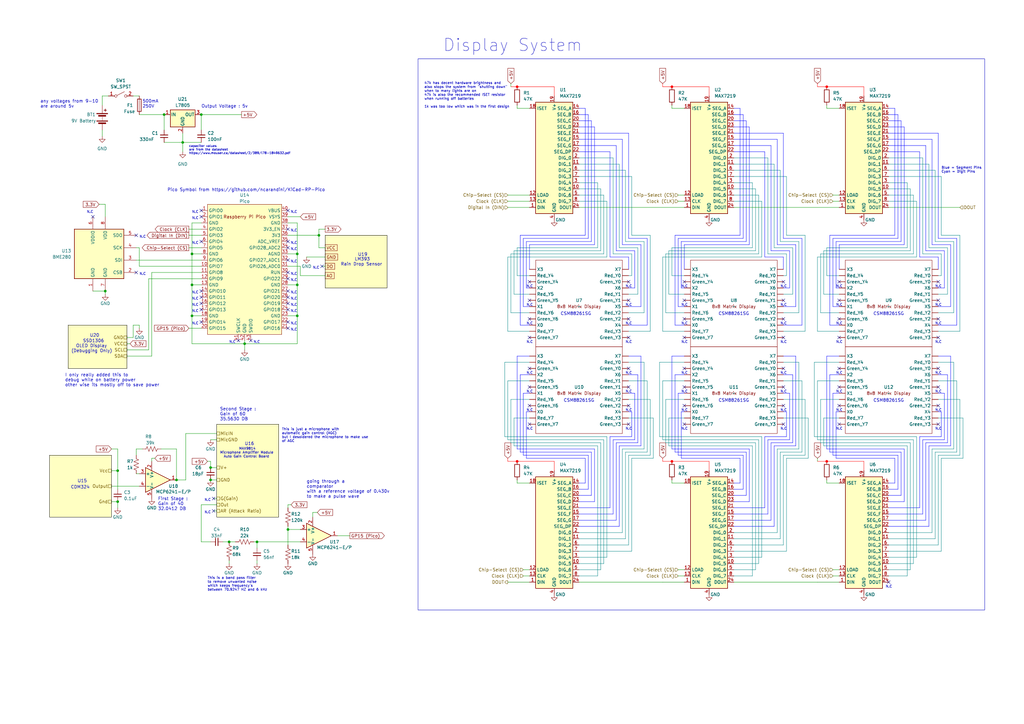
<source format=kicad_sch>
(kicad_sch (version 20230121) (generator eeschema)
  (paper "A3")
  (title_block (title "Dynamic Speed Limit System Schematic") (date "2024-04-10") (company "Northern Alberta Institute of Technology (NAIT)") (comment 1 "Designed by : Russel Carpio") (comment 2 "Project by : Russel Carpio & John Tayag"))
  (junction (at 275.59 35.56) (color 255 0 0 1))
  (junction (at 74.93 58.42))
  (junction (at 48.26 205.74))
  (junction (at 78.74 104.14))
  (junction (at 121.92 116.84))
  (junction (at 121.92 129.54))
  (junction (at 86.36 196.85))
  (junction (at 100.33 140.97))
  (junction (at 130.81 96.52))
  (junction (at 82.55 46.99))
  (junction (at 72.39 196.85))
  (junction (at 67.31 46.99))
  (junction (at 105.41 222.25))
  (junction (at 118.11 217.17))
  (junction (at 93.98 222.25))
  (junction (at 43.18 119.38))
  (junction (at 121.92 104.14))
  (junction (at 48.26 193.04))
  (junction (at 339.09 35.56) (color 255 0 0 1))
  (junction (at 78.74 129.54))
  (junction (at 212.09 35.56) (color 255 0 0 1))
  (junction (at 78.74 116.84))
  (junction (at 86.36 191.77))
  (junction (at 339.09 189.23) (color 255 0 0 1))
  (junction (at 275.59 189.23) (color 255 0 0 1))
  (junction (at 212.09 189.23) (color 255 0 0 1))
  (no_connect (at 321.31 173.99))
  (no_connect (at 344.17 138.43))
  (no_connect (at 55.88 96.52))
  (no_connect (at 364.49 238.76))
  (no_connect (at 82.55 127))
  (no_connect (at 102.87 139.7))
  (no_connect (at 257.81 123.19))
  (no_connect (at 384.81 115.57))
  (no_connect (at 344.17 173.99))
  (no_connect (at 217.17 151.13))
  (no_connect (at 384.81 166.37))
  (no_connect (at 257.81 151.13))
  (no_connect (at 118.11 114.3))
  (no_connect (at 344.17 130.81))
  (no_connect (at 321.31 115.57))
  (no_connect (at 321.31 138.43))
  (no_connect (at 118.11 86.36))
  (no_connect (at 217.17 138.43))
  (no_connect (at 344.17 166.37))
  (no_connect (at 97.79 139.7))
  (no_connect (at 384.81 138.43))
  (no_connect (at 280.67 151.13))
  (no_connect (at 344.17 158.75))
  (no_connect (at 280.67 130.81))
  (no_connect (at 280.67 166.37))
  (no_connect (at 217.17 158.75))
  (no_connect (at 118.11 99.06))
  (no_connect (at 257.81 138.43))
  (no_connect (at 257.81 130.81))
  (no_connect (at 118.11 127))
  (no_connect (at 384.81 151.13))
  (no_connect (at 344.17 115.57))
  (no_connect (at 82.55 121.92))
  (no_connect (at 344.17 123.19))
  (no_connect (at 118.11 124.46))
  (no_connect (at 321.31 123.19))
  (no_connect (at 280.67 158.75))
  (no_connect (at 217.17 130.81))
  (no_connect (at 384.81 158.75))
  (no_connect (at 87.63 204.47))
  (no_connect (at 384.81 123.19))
  (no_connect (at 82.55 86.36))
  (no_connect (at 82.55 124.46))
  (no_connect (at 132.08 109.22))
  (no_connect (at 257.81 158.75))
  (no_connect (at 217.17 173.99))
  (no_connect (at 38.1 88.9))
  (no_connect (at 118.11 101.6))
  (no_connect (at 82.55 132.08))
  (no_connect (at 280.67 123.19))
  (no_connect (at 118.11 119.38))
  (no_connect (at 280.67 138.43))
  (no_connect (at 217.17 123.19))
  (no_connect (at 257.81 173.99))
  (no_connect (at 344.17 151.13))
  (no_connect (at 257.81 166.37))
  (no_connect (at 321.31 130.81))
  (no_connect (at 321.31 166.37))
  (no_connect (at 87.63 209.55))
  (no_connect (at 217.17 115.57))
  (no_connect (at 55.88 111.76))
  (no_connect (at 321.31 151.13))
  (no_connect (at 118.11 106.68))
  (no_connect (at 118.11 93.98))
  (no_connect (at 217.17 166.37))
  (no_connect (at 82.55 119.38))
  (no_connect (at 280.67 173.99))
  (no_connect (at 118.11 111.76))
  (no_connect (at 118.11 121.92))
  (no_connect (at 118.11 134.62))
  (no_connect (at 280.67 115.57))
  (no_connect (at 384.81 130.81))
  (no_connect (at 257.81 115.57))
  (no_connect (at 82.55 99.06))
  (no_connect (at 321.31 158.75))
  (no_connect (at 384.81 173.99))
  (no_connect (at 82.55 88.9))
  (no_connect (at 118.11 132.08))
  (wire (pts (xy 354.33 39.37) (xy 354.33 35.56)) (stroke (width 0) (color 255 0 0 1)))
  (wire (pts (xy 306.07 203.2) (xy 306.07 185.42)) (stroke (width 0) (color 0 0 255 1)))
  (wire (pts (xy 325.12 120.65) (xy 325.12 101.6)) (stroke (width 0) (color 0 132 132 1)))
  (wire (pts (xy 251.46 104.14) (xy 259.08 104.14)) (stroke (width 0) (color 0 132 132 1)))
  (wire (pts (xy 237.49 49.53) (xy 242.57 49.53)) (stroke (width 0) (color 0 0 255 1)))
  (wire (pts (xy 255.27 184.15) (xy 264.16 184.15)) (stroke (width 0) (color 0 132 132 1)))
  (wire (pts (xy 306.07 185.42) (xy 276.86 185.42)) (stroke (width 0) (color 0 0 255 1)))
  (wire (pts (xy 322.58 104.14) (xy 322.58 113.03)) (stroke (width 0) (color 0 132 132 1)))
  (wire (pts (xy 76.2 177.8) (xy 88.9 177.8)))
  (wire (pts (xy 368.3 200.66) (xy 368.3 186.69)) (stroke (width 0) (color 0 0 255 1)))
  (wire (pts (xy 241.3 186.69) (xy 214.63 186.69)) (stroke (width 0) (color 0 0 255 1)))
  (wire (pts (xy 118.11 104.14) (xy 121.92 104.14)))
  (wire (pts (xy 378.46 64.77) (xy 364.49 64.77)) (stroke (width 0) (color 0 132 132 1)))
  (wire (pts (xy 336.55 104.14) (xy 336.55 128.27)) (stroke (width 0) (color 0 132 132 1)))
  (wire (pts (xy 77.47 96.52) (xy 82.55 96.52)))
  (wire (pts (xy 270.51 179.07) (xy 270.51 148.59)) (stroke (width 0) (color 0 132 132 1)))
  (wire (pts (xy 321.31 118.11) (xy 323.85 118.11)) (stroke (width 0) (color 0 0 255 1)))
  (wire (pts (xy 72.39 184.15) (xy 72.39 196.85)))
  (wire (pts (xy 304.8 200.66) (xy 304.8 186.69)) (stroke (width 0) (color 0 0 255 1)))
  (wire (pts (xy 54.61 138.43) (xy 54.61 133.35)))
  (wire (pts (xy 241.3 200.66) (xy 241.3 186.69)) (stroke (width 0) (color 0 0 255 1)))
  (wire (pts (xy 66.04 184.15) (xy 72.39 184.15)))
  (wire (pts (xy 264.16 99.06) (xy 256.54 99.06)) (stroke (width 0) (color 0 132 132 1)))
  (wire (pts (xy 373.38 102.87) (xy 337.82 102.87)) (stroke (width 0) (color 0 132 132 1)))
  (wire (pts (xy 321.31 223.52) (xy 321.31 186.69)) (stroke (width 0) (color 0 132 132 1)))
  (wire (pts (xy 252.73 181.61) (xy 261.62 181.61)) (stroke (width 0) (color 0 0 255 1)))
  (wire (pts (xy 271.78 238.76) (xy 280.67 238.76)) (stroke (width 0) (color 0 132 0 1)))
  (wire (pts (xy 91.44 222.25) (xy 93.98 222.25)))
  (wire (pts (xy 128.27 210.185) (xy 128.27 212.09)))
  (wire (pts (xy 260.35 161.29) (xy 257.81 161.29)) (stroke (width 0) (color 0 0 255 1)))
  (wire (pts (xy 317.5 215.9) (xy 317.5 182.88)) (stroke (width 0) (color 0 0 255 1)))
  (wire (pts (xy 78.74 104.14) (xy 78.74 116.84)))
  (wire (pts (xy 209.55 163.83) (xy 217.17 163.83)) (stroke (width 0) (color 0 132 132 1)))
  (wire (pts (xy 300.99 213.36) (xy 316.23 213.36)) (stroke (width 0) (color 0 0 255 1)))
  (wire (pts (xy 327.66 184.15) (xy 327.66 148.59)) (stroke (width 0) (color 0 132 132 1)))
  (wire (pts (xy 119.38 207.01) (xy 118.11 207.01)))
  (wire (pts (xy 326.39 125.73) (xy 326.39 100.33)) (stroke (width 0) (color 0 0 255 1)))
  (wire (pts (xy 331.47 187.96) (xy 331.47 171.45)) (stroke (width 0) (color 0 132 132 1)))
  (wire (pts (xy 246.38 102.87) (xy 210.82 102.87)) (stroke (width 0) (color 0 132 132 1)))
  (wire (pts (xy 321.31 133.35) (xy 328.93 133.35)) (stroke (width 0) (color 0 0 255 1)))
  (wire (pts (xy 77.47 101.6) (xy 82.55 101.6)))
  (wire (pts (xy 300.99 223.52) (xy 321.31 223.52)) (stroke (width 0) (color 0 132 132 1)))
  (wire (pts (xy 43.18 83.82) (xy 40.64 83.82)))
  (wire (pts (xy 342.9 168.91) (xy 342.9 187.96)) (stroke (width 0) (color 0 0 255 1)))
  (wire (pts (xy 43.18 119.38) (xy 38.1 119.38)))
  (wire (pts (xy 138.43 219.71) (xy 143.51 219.71)))
  (wire (pts (xy 252.73 59.69) (xy 237.49 59.69)) (stroke (width 0) (color 0 0 255 1)))
  (wire (pts (xy 60.96 114.3) (xy 82.55 114.3)))
  (wire (pts (xy 337.82 171.45) (xy 344.17 171.45)) (stroke (width 0) (color 0 132 132 1)))
  (wire (pts (xy 381 67.31) (xy 364.49 67.31)) (stroke (width 0) (color 0 132 132 1)))
  (wire (pts (xy 377.19 179.07) (xy 386.08 179.07)) (stroke (width 0) (color 0 0 255 1)))
  (wire (pts (xy 237.49 233.68) (xy 246.38 233.68)) (stroke (width 0) (color 0 132 132 1)))
  (wire (pts (xy 247.65 180.34) (xy 208.28 180.34)) (stroke (width 0) (color 0 132 132 1)))
  (wire (pts (xy 364.49 54.61) (xy 384.81 54.61)) (stroke (width 0) (color 0 0 255 1)))
  (wire (pts (xy 322.58 226.06) (xy 322.58 187.96)) (stroke (width 0) (color 0 132 132 1)))
  (wire (pts (xy 336.55 181.61) (xy 336.55 163.83)) (stroke (width 0) (color 0 132 132 1)))
  (wire (pts (xy 381 182.88) (xy 389.89 182.88)) (stroke (width 0) (color 0 0 255 1)))
  (wire (pts (xy 342.9 99.06) (xy 342.9 118.11)) (stroke (width 0) (color 0 0 255 1)))
  (wire (pts (xy 364.49 203.2) (xy 369.57 203.2)) (stroke (width 0) (color 0 0 255 1)))
  (wire (pts (xy 391.16 99.06) (xy 383.54 99.06)) (stroke (width 0) (color 0 132 132 1)))
  (wire (pts (xy 389.89 100.33) (xy 382.27 100.33)) (stroke (width 0) (color 0 0 255 1)))
  (wire (pts (xy 321.31 128.27) (xy 327.66 128.27)) (stroke (width 0) (color 0 132 132 1)))
  (wire (pts (xy 275.59 101.6) (xy 275.59 113.03)) (stroke (width 0) (color 0 132 132 1)))
  (wire (pts (xy 52.07 146.05) (xy 62.23 146.05)))
  (wire (pts (xy 214.63 186.69) (xy 214.63 161.29)) (stroke (width 0) (color 0 0 255 1)))
  (wire (pts (xy 245.11 236.22) (xy 245.11 182.88)) (stroke (width 0) (color 0 132 132 1)))
  (wire (pts (xy 339.09 189.23) (xy 354.33 189.23)) (stroke (width 0) (color 255 0 0 1)))
  (wire (pts (xy 271.78 135.89) (xy 280.67 135.89)) (stroke (width 0) (color 0 132 132 1)))
  (wire (pts (xy 208.28 180.34) (xy 208.28 156.21)) (stroke (width 0) (color 0 132 132 1)))
  (wire (pts (xy 383.54 99.06) (xy 383.54 69.85)) (stroke (width 0) (color 0 132 132 1)))
  (wire (pts (xy 62.23 111.76) (xy 82.55 111.76)))
  (wire (pts (xy 386.08 168.91) (xy 384.81 168.91)) (stroke (width 0) (color 0 0 255 1)))
  (wire (pts (xy 300.99 215.9) (xy 317.5 215.9)) (stroke (width 0) (color 0 0 255 1)))
  (wire (pts (xy 384.81 97.79) (xy 384.81 54.61)) (stroke (width 0) (color 0 0 255 1)))
  (wire (pts (xy 257.81 133.35) (xy 265.43 133.35)) (stroke (width 0) (color 0 0 255 1)))
  (wire (pts (xy 67.31 53.34) (xy 67.31 46.99)))
  (wire (pts (xy 252.73 102.87) (xy 252.73 59.69)) (stroke (width 0) (color 0 0 255 1)))
  (wire (pts (xy 273.05 181.61) (xy 273.05 163.83)) (stroke (width 0) (color 0 132 132 1)))
  (wire (pts (xy 316.23 213.36) (xy 316.23 181.61)) (stroke (width 0) (color 0 0 255 1)))
  (wire (pts (xy 52.07 140.97) (xy 53.34 140.97)))
  (wire (pts (xy 328.93 133.35) (xy 328.93 97.79)) (stroke (width 0) (color 0 0 255 1)))
  (wire (pts (xy 320.04 99.06) (xy 320.04 69.85)) (stroke (width 0) (color 0 132 132 1)))
  (wire (pts (xy 41.91 53.34) (xy 41.91 55.88)))
  (wire (pts (xy 118.11 96.52) (xy 130.81 96.52)))
  (wire (pts (xy 261.62 120.65) (xy 261.62 101.6)) (stroke (width 0) (color 0 132 132 1)))
  (wire (pts (xy 237.49 228.6) (xy 248.92 228.6)) (stroke (width 0) (color 0 132 132 1)))
  (wire (pts (xy 384.81 105.41) (xy 377.19 105.41)) (stroke (width 0) (color 0 0 255 1)))
  (wire (pts (xy 259.08 168.91) (xy 257.81 168.91)) (stroke (width 0) (color 0 0 255 1)))
  (wire (pts (xy 300.99 74.93) (xy 308.61 74.93)) (stroke (width 0) (color 0 132 132 1)))
  (wire (pts (xy 237.49 205.74) (xy 243.84 205.74)) (stroke (width 0) (color 0 0 255 1)))
  (wire (pts (xy 209.55 181.61) (xy 209.55 163.83)) (stroke (width 0) (color 0 132 132 1)))
  (wire (pts (xy 262.89 146.05) (xy 257.81 146.05)) (stroke (width 0) (color 0 0 255 1)))
  (wire (pts (xy 386.08 113.03) (xy 384.81 113.03)) (stroke (width 0) (color 0 132 132 1)))
  (wire (pts (xy 276.86 153.67) (xy 280.67 153.67)) (stroke (width 0) (color 0 0 255 1)))
  (wire (pts (xy 255.27 218.44) (xy 255.27 184.15)) (stroke (width 0) (color 0 132 132 1)))
  (wire (pts (xy 55.88 184.15) (xy 55.88 186.69)))
  (wire (pts (xy 278.13 97.79) (xy 278.13 125.73)) (stroke (width 0) (color 0 0 255 1)))
  (wire (pts (xy 227.33 193.04) (xy 227.33 189.23)) (stroke (width 0) (color 255 0 0 1)))
  (wire (pts (xy 384.81 120.65) (xy 388.62 120.65)) (stroke (width 0) (color 0 132 132 1)))
  (wire (pts (xy 312.42 82.55) (xy 312.42 105.41)) (stroke (width 0) (color 0 132 132 1)))
  (wire (pts (xy 386.08 104.14) (xy 386.08 113.03)) (stroke (width 0) (color 0 132 132 1)))
  (wire (pts (xy 393.7 96.52) (xy 393.7 135.89)) (stroke (width 0) (color 0 132 132 1)))
  (wire (pts (xy 369.57 49.53) (xy 369.57 99.06)) (stroke (width 0) (color 0 0 255 1)))
  (wire (pts (xy 48.26 184.15) (xy 48.26 193.04)))
  (wire (pts (xy 45.72 184.15) (xy 48.26 184.15)))
  (wire (pts (xy 341.63 233.68) (xy 344.17 233.68)))
  (wire (pts (xy 237.49 215.9) (xy 254 215.9)) (stroke (width 0) (color 0 0 255 1)))
  (wire (pts (xy 208.28 189.23) (xy 212.09 189.23)) (stroke (width 0) (color 255 0 0 1)))
  (wire (pts (xy 246.38 77.47) (xy 246.38 102.87)) (stroke (width 0) (color 0 132 132 1)))
  (wire (pts (xy 303.53 44.45) (xy 303.53 96.52)) (stroke (width 0) (color 0 0 255 1)))
  (wire (pts (xy 265.43 185.42) (xy 265.43 156.21)) (stroke (width 0) (color 0 132 132 1)))
  (wire (pts (xy 130.175 210.185) (xy 128.27 210.185)))
  (wire (pts (xy 237.49 77.47) (xy 246.38 77.47)) (stroke (width 0) (color 0 132 132 1)))
  (wire (pts (xy 256.54 99.06) (xy 256.54 69.85)) (stroke (width 0) (color 0 132 132 1)))
  (wire (pts (xy 74.93 58.42) (xy 74.93 62.23)))
  (wire (pts (xy 57.15 46.99) (xy 67.31 46.99)))
  (wire (pts (xy 300.99 80.01) (xy 311.15 80.01)) (stroke (width 0) (color 0 132 132 1)))
  (wire (pts (xy 300.99 82.55) (xy 312.42 82.55)) (stroke (width 0) (color 0 132 132 1)))
  (wire (pts (xy 213.36 185.42) (xy 213.36 153.67)) (stroke (width 0) (color 0 0 255 1)))
  (wire (pts (xy 377.19 208.28) (xy 377.19 179.07)) (stroke (width 0) (color 0 0 255 1)))
  (wire (pts (xy 278.13 236.22) (xy 280.67 236.22)))
  (wire (pts (xy 374.65 231.14) (xy 374.65 180.34)) (stroke (width 0) (color 0 132 132 1)))
  (wire (pts (xy 209.55 128.27) (xy 217.17 128.27)) (stroke (width 0) (color 0 132 132 1)))
  (wire (pts (xy 60.96 143.51) (xy 60.96 114.3)))
  (wire (pts (xy 237.49 200.66) (xy 241.3 200.66)) (stroke (width 0) (color 0 0 255 1)))
  (wire (pts (xy 322.58 72.39) (xy 322.58 96.52)) (stroke (width 0) (color 0 132 132 1)))
  (wire (pts (xy 256.54 220.98) (xy 256.54 185.42)) (stroke (width 0) (color 0 132 132 1)))
  (wire (pts (xy 48.26 205.74) (xy 48.26 208.28)))
  (wire (pts (xy 300.99 205.74) (xy 307.34 205.74)) (stroke (width 0) (color 0 0 255 1)))
  (wire (pts (xy 340.36 96.52) (xy 340.36 133.35)) (stroke (width 0) (color 0 0 255 1)))
  (wire (pts (xy 214.63 97.79) (xy 214.63 125.73)) (stroke (width 0) (color 0 0 255 1)))
  (wire (pts (xy 240.03 44.45) (xy 240.03 96.52)) (stroke (width 0) (color 0 0 255 1)))
  (wire (pts (xy 375.92 82.55) (xy 375.92 105.41)) (stroke (width 0) (color 0 132 132 1)))
  (wire (pts (xy 318.77 100.33) (xy 318.77 57.15)) (stroke (width 0) (color 0 0 255 1)))
  (wire (pts (xy 78.74 91.44) (xy 82.55 91.44)))
  (wire (pts (xy 118.11 91.44) (xy 121.92 91.44)))
  (wire (pts (xy 212.09 44.45) (xy 217.17 44.45)))
  (wire (pts (xy 313.69 105.41) (xy 313.69 62.23)) (stroke (width 0) (color 0 0 255 1)))
  (wire (pts (xy 334.01 179.07) (xy 334.01 148.59)) (stroke (width 0) (color 0 132 132 1)))
  (wire (pts (xy 378.46 104.14) (xy 386.08 104.14)) (stroke (width 0) (color 0 132 132 1)))
  (wire (pts (xy 248.92 228.6) (xy 248.92 179.07)) (stroke (width 0) (color 0 132 132 1)))
  (wire (pts (xy 384.81 128.27) (xy 391.16 128.27)) (stroke (width 0) (color 0 132 132 1)))
  (wire (pts (xy 342.9 168.91) (xy 344.17 168.91)) (stroke (width 0) (color 0 0 255 1)))
  (wire (pts (xy 372.11 236.22) (xy 372.11 182.88)) (stroke (width 0) (color 0 132 132 1)))
  (wire (pts (xy 313.69 179.07) (xy 322.58 179.07)) (stroke (width 0) (color 0 0 255 1)))
  (wire (pts (xy 322.58 179.07) (xy 322.58 168.91)) (stroke (width 0) (color 0 0 255 1)))
  (wire (pts (xy 123.19 113.03) (xy 123.19 109.22)))
  (wire (pts (xy 275.59 43.18) (xy 275.59 44.45)))
  (wire (pts (xy 393.7 96.52) (xy 386.08 96.52)) (stroke (width 0) (color 0 132 132 1)))
  (wire (pts (xy 364.49 210.82) (xy 378.46 210.82)) (stroke (width 0) (color 0 0 255 1)))
  (wire (pts (xy 326.39 182.88) (xy 326.39 146.05)) (stroke (width 0) (color 0 0 255 1)))
  (wire (pts (xy 382.27 100.33) (xy 382.27 57.15)) (stroke (width 0) (color 0 0 255 1)))
  (wire (pts (xy 78.74 140.97) (xy 100.33 140.97)))
  (wire (pts (xy 300.99 203.2) (xy 306.07 203.2)) (stroke (width 0) (color 0 0 255 1)))
  (wire (pts (xy 321.31 120.65) (xy 325.12 120.65)) (stroke (width 0) (color 0 132 132 1)))
  (wire (pts (xy 208.28 156.21) (xy 217.17 156.21)) (stroke (width 0) (color 0 132 132 1)))
  (wire (pts (xy 257.81 186.69) (xy 266.7 186.69)) (stroke (width 0) (color 0 132 132 1)))
  (wire (pts (xy 326.39 100.33) (xy 318.77 100.33)) (stroke (width 0) (color 0 0 255 1)))
  (wire (pts (xy 312.42 228.6) (xy 312.42 179.07)) (stroke (width 0) (color 0 132 132 1)))
  (wire (pts (xy 384.81 135.89) (xy 393.7 135.89)) (stroke (width 0) (color 0 132 132 1)))
  (wire (pts (xy 378.46 210.82) (xy 378.46 180.34)) (stroke (width 0) (color 0 0 255 1)))
  (wire (pts (xy 118.11 217.17) (xy 123.19 217.17)))
  (wire (pts (xy 391.16 148.59) (xy 384.81 148.59)) (stroke (width 0) (color 0 132 132 1)))
  (wire (pts (xy 252.73 213.36) (xy 252.73 181.61)) (stroke (width 0) (color 0 0 255 1)))
  (wire (pts (xy 246.38 233.68) (xy 246.38 181.61)) (stroke (width 0) (color 0 132 132 1)))
  (wire (pts (xy 318.77 184.15) (xy 327.66 184.15)) (stroke (width 0) (color 0 132 132 1)))
  (wire (pts (xy 259.08 226.06) (xy 259.08 187.96)) (stroke (width 0) (color 0 132 132 1)))
  (wire (pts (xy 76.2 196.85) (xy 76.2 177.8)))
  (wire (pts (xy 44.45 39.37) (xy 41.91 39.37)))
  (wire (pts (xy 266.7 163.83) (xy 257.81 163.83)) (stroke (width 0) (color 0 132 132 1)))
  (wire (pts (xy 212.09 101.6) (xy 212.09 113.03)) (stroke (width 0) (color 0 132 132 1)))
  (wire (pts (xy 251.46 104.14) (xy 251.46 64.77)) (stroke (width 0) (color 0 132 132 1)))
  (wire (pts (xy 372.11 101.6) (xy 339.09 101.6)) (stroke (width 0) (color 0 132 132 1)))
  (wire (pts (xy 130.81 93.98) (xy 133.35 93.98)))
  (wire (pts (xy 255.27 100.33) (xy 255.27 57.15)) (stroke (width 0) (color 0 0 255 1)))
  (wire (pts (xy 271.78 105.41) (xy 271.78 135.89)) (stroke (width 0) (color 0 132 132 1)))
  (wire (pts (xy 212.09 198.12) (xy 217.17 198.12)))
  (wire (pts (xy 52.07 143.51) (xy 60.96 143.51)))
  (wire (pts (xy 336.55 128.27) (xy 344.17 128.27)) (stroke (width 0) (color 0 132 132 1)))
  (wire (pts (xy 265.43 133.35) (xy 265.43 97.79)) (stroke (width 0) (color 0 0 255 1)))
  (wire (pts (xy 300.99 85.09) (xy 344.17 85.09)))
  (wire (pts (xy 330.2 186.69) (xy 330.2 163.83)) (stroke (width 0) (color 0 132 132 1)))
  (wire (pts (xy 123.19 109.22) (xy 118.11 109.22)))
  (wire (pts (xy 82.55 207.01) (xy 88.9 207.01)))
  (wire (pts (xy 77.47 93.98) (xy 82.55 93.98)))
  (wire (pts (xy 391.16 128.27) (xy 391.16 99.06)) (stroke (width 0) (color 0 132 132 1)))
  (wire (pts (xy 300.99 218.44) (xy 318.77 218.44)) (stroke (width 0) (color 0 132 132 1)))
  (wire (pts (xy 241.3 97.79) (xy 214.63 97.79)) (stroke (width 0) (color 0 0 255 1)))
  (wire (pts (xy 317.5 67.31) (xy 300.99 67.31)) (stroke (width 0) (color 0 132 132 1)))
  (wire (pts (xy 364.49 231.14) (xy 374.65 231.14)) (stroke (width 0) (color 0 132 132 1)))
  (wire (pts (xy 364.49 62.23) (xy 377.19 62.23)) (stroke (width 0) (color 0 0 255 1)))
  (wire (pts (xy 237.49 226.06) (xy 259.08 226.06)) (stroke (width 0) (color 0 132 132 1)))
  (wire (pts (xy 386.08 72.39) (xy 364.49 72.39)) (stroke (width 0) (color 0 132 132 1)))
  (wire (pts (xy 260.35 180.34) (xy 260.35 161.29)) (stroke (width 0) (color 0 0 255 1)))
  (wire (pts (xy 278.13 161.29) (xy 280.67 161.29)) (stroke (width 0) (color 0 0 255 1)))
  (wire (pts (xy 266.7 96.52) (xy 266.7 135.89)) (stroke (width 0) (color 0 132 132 1)))
  (wire (pts (xy 300.99 52.07) (xy 307.34 52.07)) (stroke (width 0) (color 0 0 255 1)))
  (wire (pts (xy 274.32 182.88) (xy 274.32 171.45)) (stroke (width 0) (color 0 132 132 1)))
  (wire (pts (xy 304.8 186.69) (xy 278.13 186.69)) (stroke (width 0) (color 0 0 255 1)))
  (wire (pts (xy 243.84 52.07) (xy 243.84 100.33)) (stroke (width 0) (color 0 0 255 1)))
  (wire (pts (xy 237.49 223.52) (xy 257.81 223.52)) (stroke (width 0) (color 0 132 132 1)))
  (wire (pts (xy 237.49 210.82) (xy 251.46 210.82)) (stroke (width 0) (color 0 0 255 1)))
  (wire (pts (xy 237.49 44.45) (xy 240.03 44.45)) (stroke (width 0) (color 0 0 255 1)))
  (wire (pts (xy 340.36 185.42) (xy 340.36 153.67)) (stroke (width 0) (color 0 0 255 1)))
  (wire (pts (xy 364.49 208.28) (xy 377.19 208.28)) (stroke (width 0) (color 0 0 255 1)))
  (wire (pts (xy 132.08 109.22) (xy 133.35 109.22)))
  (wire (pts (xy 215.9 118.11) (xy 217.17 118.11)) (stroke (width 0) (color 0 0 255 1)))
  (wire (pts (xy 341.63 97.79) (xy 341.63 125.73)) (stroke (width 0) (color 0 0 255 1)))
  (wire (pts (xy 368.3 186.69) (xy 341.63 186.69)) (stroke (width 0) (color 0 0 255 1)))
  (wire (pts (xy 255.27 57.15) (xy 237.49 57.15)) (stroke (width 0) (color 0 0 255 1)))
  (wire (pts (xy 323.85 180.34) (xy 323.85 161.29)) (stroke (width 0) (color 0 0 255 1)))
  (wire (pts (xy 261.62 101.6) (xy 254 101.6)) (stroke (width 0) (color 0 132 132 1)))
  (wire (pts (xy 383.54 185.42) (xy 392.43 185.42)) (stroke (width 0) (color 0 132 132 1)))
  (wire (pts (xy 237.49 236.22) (xy 245.11 236.22)) (stroke (width 0) (color 0 132 132 1)))
  (wire (pts (xy 375.92 228.6) (xy 375.92 179.07)) (stroke (width 0) (color 0 132 132 1)))
  (wire (pts (xy 300.99 236.22) (xy 308.61 236.22)) (stroke (width 0) (color 0 132 132 1)))
  (wire (pts (xy 273.05 128.27) (xy 280.67 128.27)) (stroke (width 0) (color 0 132 132 1)))
  (wire (pts (xy 257.81 97.79) (xy 257.81 54.61)) (stroke (width 0) (color 0 0 255 1)))
  (wire (pts (xy 311.15 104.14) (xy 273.05 104.14)) (stroke (width 0) (color 0 132 132 1)))
  (wire (pts (xy 215.9 99.06) (xy 215.9 118.11)) (stroke (width 0) (color 0 0 255 1)))
  (wire (pts (xy 290.83 39.37) (xy 290.83 35.56)) (stroke (width 0) (color 255 0 0 1)))
  (wire (pts (xy 271.78 156.21) (xy 280.67 156.21)) (stroke (width 0) (color 0 132 132 1)))
  (wire (pts (xy 325.12 101.6) (xy 317.5 101.6)) (stroke (width 0) (color 0 132 132 1)))
  (wire (pts (xy 237.49 198.12) (xy 240.03 198.12)) (stroke (width 0) (color 0 0 255 1)))
  (wire (pts (xy 213.36 133.35) (xy 217.17 133.35)) (stroke (width 0) (color 0 0 255 1)))
  (wire (pts (xy 300.99 233.68) (xy 309.88 233.68)) (stroke (width 0) (color 0 132 132 1)))
  (wire (pts (xy 41.91 39.37) (xy 41.91 43.18)))
  (wire (pts (xy 335.28 34.29) (xy 335.28 35.56)) (stroke (width 0) (color 255 0 0 1)))
  (wire (pts (xy 341.63 186.69) (xy 341.63 161.29)) (stroke (width 0) (color 0 0 255 1)))
  (wire (pts (xy 57.15 133.35) (xy 57.15 134.62)))
  (wire (pts (xy 240.03 187.96) (xy 215.9 187.96)) (stroke (width 0) (color 0 0 255 1)))
  (wire (pts (xy 78.74 91.44) (xy 78.74 104.14)))
  (wire (pts (xy 364.49 49.53) (xy 369.57 49.53)) (stroke (width 0) (color 0 0 255 1)))
  (wire (pts (xy 327.66 128.27) (xy 327.66 99.06)) (stroke (width 0) (color 0 132 132 1)))
  (wire (pts (xy 307.34 205.74) (xy 307.34 184.15)) (stroke (width 0) (color 0 0 255 1)))
  (wire (pts (xy 311.15 231.14) (xy 311.15 180.34)) (stroke (width 0) (color 0 132 132 1)))
  (wire (pts (xy 373.38 181.61) (xy 336.55 181.61)) (stroke (width 0) (color 0 132 132 1)))
  (wire (pts (xy 364.49 80.01) (xy 374.65 80.01)) (stroke (width 0) (color 0 132 132 1)))
  (wire (pts (xy 214.63 236.22) (xy 217.17 236.22)))
  (wire (pts (xy 278.13 82.55) (xy 280.67 82.55)))
  (wire (pts (xy 105.41 222.25) (xy 105.41 224.79)))
  (wire (pts (xy 242.57 49.53) (xy 242.57 99.06)) (stroke (width 0) (color 0 0 255 1)))
  (wire (pts (xy 328.93 97.79) (xy 321.31 97.79)) (stroke (width 0) (color 0 0 255 1)))
  (wire (pts (xy 311.15 180.34) (xy 271.78 180.34)) (stroke (width 0) (color 0 132 132 1)))
  (wire (pts (xy 78.74 116.84) (xy 78.74 129.54)))
  (wire (pts (xy 274.32 120.65) (xy 280.67 120.65)) (stroke (width 0) (color 0 132 132 1)))
  (wire (pts (xy 386.08 226.06) (xy 386.08 187.96)) (stroke (width 0) (color 0 132 132 1)))
  (wire (pts (xy 300.99 62.23) (xy 313.69 62.23)) (stroke (width 0) (color 0 0 255 1)))
  (wire (pts (xy 87.63 204.47) (xy 88.9 204.47)))
  (wire (pts (xy 364.49 223.52) (xy 384.81 223.52)) (stroke (width 0) (color 0 132 132 1)))
  (wire (pts (xy 339.09 146.05) (xy 344.17 146.05)) (stroke (width 0) (color 0 0 255 1)))
  (wire (pts (xy 243.84 100.33) (xy 217.17 100.33)) (stroke (width 0) (color 0 0 255 1)))
  (wire (pts (xy 237.49 220.98) (xy 256.54 220.98)) (stroke (width 0) (color 0 132 132 1)))
  (wire (pts (xy 388.62 120.65) (xy 388.62 101.6)) (stroke (width 0) (color 0 132 132 1)))
  (wire (pts (xy 259.08 72.39) (xy 259.08 96.52)) (stroke (width 0) (color 0 132 132 1)))
  (wire (pts (xy 374.65 80.01) (xy 374.65 104.14)) (stroke (width 0) (color 0 132 132 1)))
  (wire (pts (xy 55.88 194.31) (xy 57.15 194.31)))
  (wire (pts (xy 265.43 156.21) (xy 257.81 156.21)) (stroke (width 0) (color 0 132 132 1)))
  (wire (pts (xy 212.09 146.05) (xy 217.17 146.05)) (stroke (width 0) (color 0 0 255 1)))
  (wire (pts (xy 280.67 100.33) (xy 280.67 110.49)) (stroke (width 0) (color 0 0 255 1)))
  (wire (pts (xy 387.35 118.11) (xy 387.35 102.87)) (stroke (width 0) (color 0 0 255 1)))
  (wire (pts (xy 237.49 213.36) (xy 252.73 213.36)) (stroke (width 0) (color 0 0 255 1)))
  (wire (pts (xy 307.34 100.33) (xy 280.67 100.33)) (stroke (width 0) (color 0 0 255 1)))
  (wire (pts (xy 257.81 105.41) (xy 257.81 110.49)) (stroke (width 0) (color 0 0 255 1)))
  (wire (pts (xy 52.07 138.43) (xy 54.61 138.43)))
  (wire (pts (xy 67.31 58.42) (xy 74.93 58.42)))
  (wire (pts (xy 247.65 104.14) (xy 209.55 104.14)) (stroke (width 0) (color 0 132 132 1)))
  (wire (pts (xy 300.99 49.53) (xy 306.07 49.53)) (stroke (width 0) (color 0 0 255 1)))
  (wire (pts (xy 320.04 185.42) (xy 328.93 185.42)) (stroke (width 0) (color 0 132 132 1)))
  (wire (pts (xy 318.77 218.44) (xy 318.77 184.15)) (stroke (width 0) (color 0 132 132 1)))
  (wire (pts (xy 377.19 105.41) (xy 377.19 62.23)) (stroke (width 0) (color 0 0 255 1)))
  (wire (pts (xy 307.34 52.07) (xy 307.34 100.33)) (stroke (width 0) (color 0 0 255 1)))
  (wire (pts (xy 93.98 229.87) (xy 93.98 231.14)))
  (wire (pts (xy 303.53 198.12) (xy 303.53 187.96)) (stroke (width 0) (color 0 0 255 1)))
  (wire (pts (xy 78.74 104.14) (xy 82.55 104.14)))
  (wire (pts (xy 130.81 101.6) (xy 130.81 96.52)))
  (wire (pts (xy 133.35 113.03) (xy 123.19 113.03)))
  (wire (pts (xy 212.09 113.03) (xy 217.17 113.03)) (stroke (width 0) (color 0 132 132 1)))
  (wire (pts (xy 267.97 187.96) (xy 267.97 171.45)) (stroke (width 0) (color 0 132 132 1)))
  (wire (pts (xy 330.2 96.52) (xy 322.58 96.52)) (stroke (width 0) (color 0 132 132 1)))
  (wire (pts (xy 237.49 231.14) (xy 247.65 231.14)) (stroke (width 0) (color 0 132 132 1)))
  (wire (pts (xy 314.96 64.77) (xy 300.99 64.77)) (stroke (width 0) (color 0 132 132 1)))
  (wire (pts (xy 278.13 186.69) (xy 278.13 161.29)) (stroke (width 0) (color 0 0 255 1)))
  (wire (pts (xy 215.9 168.91) (xy 217.17 168.91)) (stroke (width 0) (color 0 0 255 1)))
  (wire (pts (xy 331.47 171.45) (xy 321.31 171.45)) (stroke (width 0) (color 0 132 132 1)))
  (wire (pts (xy 274.32 171.45) (xy 280.67 171.45)) (stroke (width 0) (color 0 132 132 1)))
  (wire (pts (xy 243.84 205.74) (xy 243.84 184.15)) (stroke (width 0) (color 0 0 255 1)))
  (wire (pts (xy 335.28 35.56) (xy 339.09 35.56)) (stroke (width 0) (color 255 0 0 1)))
  (wire (pts (xy 375.92 105.41) (xy 335.28 105.41)) (stroke (width 0) (color 0 132 132 1)))
  (wire (pts (xy 373.38 233.68) (xy 373.38 181.61)) (stroke (width 0) (color 0 132 132 1)))
  (wire (pts (xy 339.09 146.05) (xy 339.09 184.15)) (stroke (width 0) (color 0 0 255 1)))
  (wire (pts (xy 341.63 125.73) (xy 344.17 125.73)) (stroke (width 0) (color 0 0 255 1)))
  (wire (pts (xy 264.16 184.15) (xy 264.16 148.59)) (stroke (width 0) (color 0 132 132 1)))
  (wire (pts (xy 384.81 125.73) (xy 389.89 125.73)) (stroke (width 0) (color 0 0 255 1)))
  (wire (pts (xy 237.49 238.76) (xy 271.78 238.76)))
  (wire (pts (xy 208.28 82.55) (xy 217.17 82.55)))
  (wire (pts (xy 335.28 180.34) (xy 335.28 156.21)) (stroke (width 0) (color 0 132 132 1)))
  (wire (pts (xy 266.7 186.69) (xy 266.7 163.83)) (stroke (width 0) (color 0 132 132 1)))
  (wire (pts (xy 260.35 118.11) (xy 260.35 102.87)) (stroke (width 0) (color 0 0 255 1)))
  (wire (pts (xy 337.82 102.87) (xy 337.82 120.65)) (stroke (width 0) (color 0 132 132 1)))
  (wire (pts (xy 339.09 43.18) (xy 339.09 44.45)))
  (wire (pts (xy 364.49 213.36) (xy 379.73 213.36)) (stroke (width 0) (color 0 0 255 1)))
  (wire (pts (xy 323.85 161.29) (xy 321.31 161.29)) (stroke (width 0) (color 0 0 255 1)))
  (wire (pts (xy 364.49 215.9) (xy 381 215.9)) (stroke (width 0) (color 0 0 255 1)))
  (wire (pts (xy 392.43 185.42) (xy 392.43 156.21)) (stroke (width 0) (color 0 132 132 1)))
  (wire (pts (xy 379.73 59.69) (xy 364.49 59.69)) (stroke (width 0) (color 0 0 255 1)))
  (wire (pts (xy 278.13 80.01) (xy 280.67 80.01)))
  (wire (pts (xy 382.27 218.44) (xy 382.27 184.15)) (stroke (width 0) (color 0 132 132 1)))
  (wire (pts (xy 327.66 99.06) (xy 320.04 99.06)) (stroke (width 0) (color 0 132 132 1)))
  (wire (pts (xy 208.28 187.96) (xy 208.28 189.23)) (stroke (width 0) (color 255 0 0 1)))
  (wire (pts (xy 314.96 180.34) (xy 323.85 180.34)) (stroke (width 0) (color 0 0 255 1)))
  (wire (pts (xy 121.92 116.84) (xy 121.92 129.54)))
  (wire (pts (xy 121.92 91.44) (xy 121.92 104.14)))
  (wire (pts (xy 311.15 80.01) (xy 311.15 104.14)) (stroke (width 0) (color 0 132 132 1)))
  (wire (pts (xy 262.89 100.33) (xy 255.27 100.33)) (stroke (width 0) (color 0 0 255 1)))
  (wire (pts (xy 339.09 44.45) (xy 344.17 44.45)))
  (wire (pts (xy 322.58 72.39) (xy 300.99 72.39)) (stroke (width 0) (color 0 132 132 1)))
  (wire (pts (xy 314.96 104.14) (xy 314.96 64.77)) (stroke (width 0) (color 0 132 132 1)))
  (wire (pts (xy 245.11 182.88) (xy 210.82 182.88)) (stroke (width 0) (color 0 132 132 1)))
  (wire (pts (xy 45.72 193.04) (xy 48.26 193.04)))
  (wire (pts (xy 257.81 105.41) (xy 250.19 105.41)) (stroke (width 0) (color 0 0 255 1)))
  (wire (pts (xy 370.84 52.07) (xy 370.84 100.33)) (stroke (width 0) (color 0 0 255 1)))
  (wire (pts (xy 237.49 85.09) (xy 280.67 85.09)))
  (wire (pts (xy 335.28 238.76) (xy 344.17 238.76)) (stroke (width 0) (color 0 132 0 1)))
  (wire (pts (xy 316.23 102.87) (xy 316.23 59.69)) (stroke (width 0) (color 0 0 255 1)))
  (wire (pts (xy 55.88 106.68) (xy 82.55 106.68)))
  (wire (pts (xy 364.49 74.93) (xy 372.11 74.93)) (stroke (width 0) (color 0 132 132 1)))
  (wire (pts (xy 312.42 179.07) (xy 270.51 179.07)) (stroke (width 0) (color 0 132 132 1)))
  (wire (pts (xy 209.55 34.29) (xy 209.55 35.56)))
  (wire (pts (xy 374.65 104.14) (xy 336.55 104.14)) (stroke (width 0) (color 0 132 132 1)))
  (wire (pts (xy 118.11 207.01) (xy 118.11 208.28)))
  (wire (pts (xy 304.8 97.79) (xy 278.13 97.79)) (stroke (width 0) (color 0 0 255 1)))
  (wire (pts (xy 384.81 133.35) (xy 392.43 133.35)) (stroke (width 0) (color 0 0 255 1)))
  (wire (pts (xy 393.7 186.69) (xy 393.7 163.83)) (stroke (width 0) (color 0 132 132 1)))
  (wire (pts (xy 240.03 96.52) (xy 213.36 96.52)) (stroke (width 0) (color 0 0 255 1)))
  (wire (pts (xy 214.63 233.68) (xy 217.17 233.68)))
  (wire (pts (xy 210.82 102.87) (xy 210.82 120.65)) (stroke (width 0) (color 0 132 132 1)))
  (wire (pts (xy 271.78 189.23) (xy 275.59 189.23)) (stroke (width 0) (color 255 0 0 1)))
  (wire (pts (xy 322.58 113.03) (xy 321.31 113.03)) (stroke (width 0) (color 0 132 132 1)))
  (wire (pts (xy 248.92 82.55) (xy 248.92 105.41)) (stroke (width 0) (color 0 132 132 1)))
  (wire (pts (xy 337.82 120.65) (xy 344.17 120.65)) (stroke (width 0) (color 0 132 132 1)))
  (wire (pts (xy 212.09 43.18) (xy 212.09 44.45)))
  (wire (pts (xy 308.61 101.6) (xy 275.59 101.6)) (stroke (width 0) (color 0 132 132 1)))
  (wire (pts (xy 364.49 82.55) (xy 375.92 82.55)) (stroke (width 0) (color 0 132 132 1)))
  (wire (pts (xy 58.42 184.15) (xy 55.88 184.15)))
  (wire (pts (xy 321.31 97.79) (xy 321.31 54.61)) (stroke (width 0) (color 0 0 255 1)))
  (wire (pts (xy 274.32 102.87) (xy 274.32 120.65)) (stroke (width 0) (color 0 132 132 1)))
  (wire (pts (xy 323.85 118.11) (xy 323.85 102.87)) (stroke (width 0) (color 0 0 255 1)))
  (wire (pts (xy 364.49 85.09) (xy 393.7 85.09)))
  (wire (pts (xy 100.33 143.51) (xy 100.33 140.97)))
  (wire (pts (xy 105.41 229.87) (xy 105.41 231.14)))
  (wire (pts (xy 254 182.88) (xy 262.89 182.88)) (stroke (width 0) (color 0 0 255 1)))
  (wire (pts (xy 271.78 35.56) (xy 275.59 35.56)) (stroke (width 0) (color 255 0 0 1)))
  (wire (pts (xy 93.98 222.25) (xy 96.52 222.25)))
  (wire (pts (xy 254 101.6) (xy 254 67.31)) (stroke (width 0) (color 0 132 132 1)))
  (wire (pts (xy 384.81 223.52) (xy 384.81 186.69)) (stroke (width 0) (color 0 132 132 1)))
  (wire (pts (xy 245.11 74.93) (xy 245.11 101.6)) (stroke (width 0) (color 0 132 132 1)))
  (wire (pts (xy 387.35 102.87) (xy 379.73 102.87)) (stroke (width 0) (color 0 0 255 1)))
  (wire (pts (xy 320.04 220.98) (xy 320.04 185.42)) (stroke (width 0) (color 0 132 132 1)))
  (wire (pts (xy 364.49 205.74) (xy 370.84 205.74)) (stroke (width 0) (color 0 0 255 1)))
  (wire (pts (xy 210.82 182.88) (xy 210.82 171.45)) (stroke (width 0) (color 0 132 132 1)))
  (wire (pts (xy 308.61 236.22) (xy 308.61 182.88)) (stroke (width 0) (color 0 132 132 1)))
  (wire (pts (xy 316.23 59.69) (xy 300.99 59.69)) (stroke (width 0) (color 0 0 255 1)))
  (wire (pts (xy 212.09 196.85) (xy 212.09 198.12)))
  (wire (pts (xy 372.11 74.93) (xy 372.11 101.6)) (stroke (width 0) (color 0 132 132 1)))
  (wire (pts (xy 212.09 146.05) (xy 212.09 184.15)) (stroke (width 0) (color 0 0 255 1)))
  (wire (pts (xy 276.86 96.52) (xy 276.86 133.35)) (stroke (width 0) (color 0 0 255 1)))
  (wire (pts (xy 88.9 180.34) (xy 86.36 180.34)))
  (wire (pts (xy 72.39 196.85) (xy 76.2 196.85)))
  (wire (pts (xy 241.3 46.99) (xy 241.3 97.79)) (stroke (width 0) (color 0 0 255 1)))
  (wire (pts (xy 369.57 203.2) (xy 369.57 185.42)) (stroke (width 0) (color 0 0 255 1)))
  (wire (pts (xy 336.55 163.83) (xy 344.17 163.83)) (stroke (width 0) (color 0 132 132 1)))
  (wire (pts (xy 344.17 100.33) (xy 344.17 110.49)) (stroke (width 0) (color 0 0 255 1)))
  (wire (pts (xy 379.73 102.87) (xy 379.73 59.69)) (stroke (width 0) (color 0 0 255 1)))
  (wire (pts (xy 275.59 189.23) (xy 290.83 189.23)) (stroke (width 0) (color 255 0 0 1)))
  (wire (pts (xy 86.36 191.77) (xy 88.9 191.77)))
  (wire (pts (xy 381 215.9) (xy 381 182.88)) (stroke (width 0) (color 0 0 255 1)))
  (wire (pts (xy 43.18 119.38) (xy 43.18 120.65)))
  (wire (pts (xy 257.81 223.52) (xy 257.81 186.69)) (stroke (width 0) (color 0 132 132 1)))
  (wire (pts (xy 327.66 148.59) (xy 321.31 148.59)) (stroke (width 0) (color 0 132 132 1)))
  (wire (pts (xy 389.89 146.05) (xy 384.81 146.05)) (stroke (width 0) (color 0 0 255 1)))
  (wire (pts (xy 237.49 218.44) (xy 255.27 218.44)) (stroke (width 0) (color 0 132 132 1)))
  (wire (pts (xy 275.59 113.03) (xy 280.67 113.03)) (stroke (width 0) (color 0 132 132 1)))
  (wire (pts (xy 373.38 77.47) (xy 373.38 102.87)) (stroke (width 0) (color 0 132 132 1)))
  (wire (pts (xy 318.77 57.15) (xy 300.99 57.15)) (stroke (width 0) (color 0 0 255 1)))
  (wire (pts (xy 243.84 184.15) (xy 212.09 184.15)) (stroke (width 0) (color 0 0 255 1)))
  (wire (pts (xy 118.11 116.84) (xy 121.92 116.84)))
  (wire (pts (xy 237.49 74.93) (xy 245.11 74.93)) (stroke (width 0) (color 0 132 132 1)))
  (wire (pts (xy 278.13 233.68) (xy 280.67 233.68)))
  (wire (pts (xy 364.49 220.98) (xy 383.54 220.98)) (stroke (width 0) (color 0 132 132 1)))
  (wire (pts (xy 321.31 135.89) (xy 330.2 135.89)) (stroke (width 0) (color 0 132 132 1)))
  (wire (pts (xy 82.55 109.22) (xy 57.15 109.22)))
  (wire (pts (xy 208.28 238.76) (xy 217.17 238.76)) (stroke (width 0) (color 0 132 0 1)))
  (wire (pts (xy 209.55 35.56) (xy 212.09 35.56)) (stroke (width 0) (color 255 0 0 1)))
  (wire (pts (xy 256.54 185.42) (xy 265.43 185.42)) (stroke (width 0) (color 0 132 132 1)))
  (wire (pts (xy 330.2 96.52) (xy 330.2 135.89)) (stroke (width 0) (color 0 132 132 1)))
  (wire (pts (xy 389.89 182.88) (xy 389.89 146.05)) (stroke (width 0) (color 0 0 255 1)))
  (wire (pts (xy 118.11 129.54) (xy 121.92 129.54)))
  (wire (pts (xy 130.81 101.6) (xy 133.35 101.6)))
  (wire (pts (xy 378.46 104.14) (xy 378.46 64.77)) (stroke (width 0) (color 0 132 132 1)))
  (wire (pts (xy 322.58 168.91) (xy 321.31 168.91)) (stroke (width 0) (color 0 0 255 1)))
  (wire (pts (xy 308.61 182.88) (xy 274.32 182.88)) (stroke (width 0) (color 0 132 132 1)))
  (wire (pts (xy 370.84 184.15) (xy 339.09 184.15)) (stroke (width 0) (color 0 0 255 1)))
  (wire (pts (xy 300.99 238.76) (xy 335.28 238.76)))
  (wire (pts (xy 254 215.9) (xy 254 182.88)) (stroke (width 0) (color 0 0 255 1)))
  (wire (pts (xy 237.49 208.28) (xy 250.19 208.28)) (stroke (width 0) (color 0 0 255 1)))
  (wire (pts (xy 121.92 140.97) (xy 100.33 140.97)))
  (wire (pts (xy 314.96 210.82) (xy 314.96 180.34)) (stroke (width 0) (color 0 0 255 1)))
  (wire (pts (xy 208.28 80.01) (xy 217.17 80.01)))
  (wire (pts (xy 334.01 148.59) (xy 344.17 148.59)) (stroke (width 0) (color 0 132 132 1)))
  (wire (pts (xy 339.09 198.12) (xy 344.17 198.12)))
  (wire (pts (xy 242.57 203.2) (xy 242.57 185.42)) (stroke (width 0) (color 0 0 255 1)))
  (wire (pts (xy 337.82 182.88) (xy 337.82 171.45)) (stroke (width 0) (color 0 132 132 1)))
  (wire (pts (xy 242.57 99.06) (xy 215.9 99.06)) (stroke (width 0) (color 0 0 255 1)))
  (wire (pts (xy 209.55 104.14) (xy 209.55 128.27)) (stroke (width 0) (color 0 132 132 1)))
  (wire (pts (xy 248.92 105.41) (xy 208.28 105.41)) (stroke (width 0) (color 0 132 132 1)))
  (wire (pts (xy 330.2 163.83) (xy 321.31 163.83)) (stroke (width 0) (color 0 132 132 1)))
  (wire (pts (xy 320.04 69.85) (xy 300.99 69.85)) (stroke (width 0) (color 0 132 132 1)))
  (wire (pts (xy 383.54 220.98) (xy 383.54 185.42)) (stroke (width 0) (color 0 132 132 1)))
  (wire (pts (xy 309.88 181.61) (xy 273.05 181.61)) (stroke (width 0) (color 0 132 132 1)))
  (wire (pts (xy 214.63 161.29) (xy 217.17 161.29)) (stroke (width 0) (color 0 0 255 1)))
  (wire (pts (xy 386.08 187.96) (xy 394.97 187.96)) (stroke (width 0) (color 0 132 132 1)))
  (wire (pts (xy 384.81 118.11) (xy 387.35 118.11)) (stroke (width 0) (color 0 0 255 1)))
  (wire (pts (xy 369.57 99.06) (xy 342.9 99.06)) (stroke (width 0) (color 0 0 255 1)))
  (wire (pts (xy 335.28 187.96) (xy 335.28 189.23)))
  (wire (pts (xy 256.54 69.85) (xy 237.49 69.85)) (stroke (width 0) (color 0 132 132 1)))
  (wire (pts (xy 369.57 185.42) (xy 340.36 185.42)) (stroke (width 0) (color 0 0 255 1)))
  (wire (pts (xy 237.49 203.2) (xy 242.57 203.2)) (stroke (width 0) (color 0 0 255 1)))
  (wire (pts (xy 378.46 180.34) (xy 387.35 180.34)) (stroke (width 0) (color 0 0 255 1)))
  (wire (pts (xy 379.73 213.36) (xy 379.73 181.61)) (stroke (width 0) (color 0 0 255 1)))
  (wire (pts (xy 322.58 187.96) (xy 331.47 187.96)) (stroke (width 0) (color 0 132 132 1)))
  (wire (pts (xy 276.86 133.35) (xy 280.67 133.35)) (stroke (width 0) (color 0 0 255 1)))
  (wire (pts (xy 370.84 205.74) (xy 370.84 184.15)) (stroke (width 0) (color 0 0 255 1)))
  (wire (pts (xy 237.49 80.01) (xy 247.65 80.01)) (stroke (width 0) (color 0 132 132 1)))
  (wire (pts (xy 388.62 101.6) (xy 381 101.6)) (stroke (width 0) (color 0 132 132 1)))
  (wire (pts (xy 321.31 105.41) (xy 313.69 105.41)) (stroke (width 0) (color 0 0 255 1)))
  (wire (pts (xy 381 101.6) (xy 381 67.31)) (stroke (width 0) (color 0 132 132 1)))
  (wire (pts (xy 210.82 171.45) (xy 217.17 171.45)) (stroke (width 0) (color 0 132 132 1)))
  (wire (pts (xy 325.12 181.61) (xy 325.12 153.67)) (stroke (width 0) (color 0 0 255 1)))
  (wire (pts (xy 392.43 133.35) (xy 392.43 97.79)) (stroke (width 0) (color 0 0 255 1)))
  (wire (pts (xy 387.35 161.29) (xy 384.81 161.29)) (stroke (width 0) (color 0 0 255 1)))
  (wire (pts (xy 77.47 134.62) (xy 82.55 134.62)))
  (wire (pts (xy 300.99 77.47) (xy 309.88 77.47)) (stroke (width 0) (color 0 132 132 1)))
  (wire (pts (xy 133.35 105.41) (xy 125.73 105.41)))
  (wire (pts (xy 273.05 163.83) (xy 280.67 163.83)) (stroke (width 0) (color 0 132 132 1)))
  (wire (pts (xy 57.15 101.6) (xy 55.88 101.6)))
  (wire (pts (xy 300.99 228.6) (xy 312.42 228.6)) (stroke (width 0) (color 0 132 132 1)))
  (wire (pts (xy 63.5 187.96) (xy 62.23 187.96)))
  (wire (pts (xy 78.74 129.54) (xy 82.55 129.54)))
  (wire (pts (xy 306.07 49.53) (xy 306.07 99.06)) (stroke (width 0) (color 0 0 255 1)))
  (wire (pts (xy 257.81 120.65) (xy 261.62 120.65)) (stroke (width 0) (color 0 132 132 1)))
  (wire (pts (xy 82.55 46.99) (xy 99.06 46.99)))
  (wire (pts (xy 215.9 168.91) (xy 215.9 187.96)) (stroke (width 0) (color 0 0 255 1)))
  (wire (pts (xy 86.36 222.25) (xy 82.55 222.25)))
  (wire (pts (xy 392.43 156.21) (xy 384.81 156.21)) (stroke (width 0) (color 0 132 132 1)))
  (wire (pts (xy 279.4 168.91) (xy 280.67 168.91)) (stroke (width 0) (color 0 0 255 1)))
  (wire (pts (xy 309.88 233.68) (xy 309.88 181.61)) (stroke (width 0) (color 0 132 132 1)))
  (wire (pts (xy 270.51 148.59) (xy 280.67 148.59)) (stroke (width 0) (color 0 132 132 1)))
  (wire (pts (xy 307.34 184.15) (xy 275.59 184.15)) (stroke (width 0) (color 0 0 255 1)))
  (wire (pts (xy 278.13 125.73) (xy 280.67 125.73)) (stroke (width 0) (color 0 0 255 1)))
  (wire (pts (xy 394.97 187.96) (xy 394.97 171.45)) (stroke (width 0) (color 0 132 132 1)))
  (wire (pts (xy 364.49 233.68) (xy 373.38 233.68)) (stroke (width 0) (color 0 132 132 1)))
  (wire (pts (xy 313.69 208.28) (xy 313.69 179.07)) (stroke (width 0) (color 0 0 255 1)))
  (wire (pts (xy 105.41 222.25) (xy 123.19 222.25)))
  (wire (pts (xy 279.4 168.91) (xy 279.4 187.96)) (stroke (width 0) (color 0 0 255 1)))
  (wire (pts (xy 388.62 153.67) (xy 384.81 153.67)) (stroke (width 0) (color 0 0 255 1)))
  (wire (pts (xy 237.49 52.07) (xy 243.84 52.07)) (stroke (width 0) (color 0 0 255 1)))
  (wire (pts (xy 237.49 46.99) (xy 241.3 46.99)) (stroke (width 0) (color 0 0 255 1)))
  (wire (pts (xy 86.36 196.85) (xy 88.9 196.85)))
  (wire (pts (xy 306.07 99.06) (xy 279.4 99.06)) (stroke (width 0) (color 0 0 255 1)))
  (wire (pts (xy 45.72 199.39) (xy 57.15 199.39)))
  (wire (pts (xy 300.99 54.61) (xy 321.31 54.61)) (stroke (width 0) (color 0 0 255 1)))
  (wire (pts (xy 342.9 118.11) (xy 344.17 118.11)) (stroke (width 0) (color 0 0 255 1)))
  (wire (pts (xy 251.46 180.34) (xy 260.35 180.34)) (stroke (width 0) (color 0 0 255 1)))
  (wire (pts (xy 364.49 236.22) (xy 372.11 236.22)) (stroke (width 0) (color 0 132 132 1)))
  (wire (pts (xy 364.49 226.06) (xy 386.08 226.06)) (stroke (width 0) (color 0 132 132 1)))
  (wire (pts (xy 237.49 54.61) (xy 257.81 54.61)) (stroke (width 0) (color 0 0 255 1)))
  (wire (pts (xy 386.08 72.39) (xy 386.08 96.52)) (stroke (width 0) (color 0 132 132 1)))
  (wire (pts (xy 300.99 231.14) (xy 311.15 231.14)) (stroke (width 0) (color 0 132 132 1)))
  (wire (pts (xy 328.93 185.42) (xy 328.93 156.21)) (stroke (width 0) (color 0 132 132 1)))
  (wire (pts (xy 242.57 185.42) (xy 213.36 185.42)) (stroke (width 0) (color 0 0 255 1)))
  (wire (pts (xy 314.96 104.14) (xy 322.58 104.14)) (stroke (width 0) (color 0 132 132 1)))
  (wire (pts (xy 254 67.31) (xy 237.49 67.31)) (stroke (width 0) (color 0 132 132 1)))
  (wire (pts (xy 364.49 218.44) (xy 382.27 218.44)) (stroke (width 0) (color 0 132 132 1)))
  (wire (pts (xy 48.26 200.66) (xy 48.26 193.04)))
  (wire (pts (xy 237.49 82.55) (xy 248.92 82.55)) (stroke (width 0) (color 0 132 132 1)))
  (wire (pts (xy 321.31 125.73) (xy 326.39 125.73)) (stroke (width 0) (color 0 0 255 1)))
  (wire (pts (xy 300.99 200.66) (xy 304.8 200.66)) (stroke (width 0) (color 0 0 255 1)))
  (wire (pts (xy 364.49 198.12) (xy 367.03 198.12)) (stroke (width 0) (color 0 0 255 1)))
  (wire (pts (xy 275.59 44.45) (xy 280.67 44.45)))
  (wire (pts (xy 340.36 133.35) (xy 344.17 133.35)) (stroke (width 0) (color 0 0 255 1)))
  (wire (pts (xy 43.18 83.82) (xy 43.18 88.9)))
  (wire (pts (xy 384.81 186.69) (xy 393.7 186.69)) (stroke (width 0) (color 0 132 132 1)))
  (wire (pts (xy 265.43 97.79) (xy 257.81 97.79)) (stroke (width 0) (color 0 0 255 1)))
  (wire (pts (xy 261.62 153.67) (xy 257.81 153.67)) (stroke (width 0) (color 0 0 255 1)))
  (wire (pts (xy 118.11 215.9) (xy 118.11 217.17)))
  (wire (pts (xy 323.85 102.87) (xy 316.23 102.87)) (stroke (width 0) (color 0 0 255 1)))
  (wire (pts (xy 212.09 35.56) (xy 227.33 35.56)) (stroke (width 0) (color 255 0 0 1)))
  (wire (pts (xy 237.49 62.23) (xy 250.19 62.23)) (stroke (width 0) (color 0 0 255 1)))
  (wire (pts (xy 217.17 100.33) (xy 217.17 110.49)) (stroke (width 0) (color 0 0 255 1)))
  (wire (pts (xy 339.09 35.56) (xy 354.33 35.56)) (stroke (width 0) (color 255 0 0 1)))
  (wire (pts (xy 382.27 184.15) (xy 391.16 184.15)) (stroke (width 0) (color 0 132 132 1)))
  (wire (pts (xy 367.03 44.45) (xy 367.03 96.52)) (stroke (width 0) (color 0 0 255 1)))
  (wire (pts (xy 368.3 97.79) (xy 341.63 97.79)) (stroke (width 0) (color 0 0 255 1)))
  (wire (pts (xy 364.49 44.45) (xy 367.03 44.45)) (stroke (width 0) (color 0 0 255 1)))
  (wire (pts (xy 339.09 196.85) (xy 339.09 198.12)))
  (wire (pts (xy 375.92 179.07) (xy 334.01 179.07)) (stroke (width 0) (color 0 132 132 1)))
  (wire (pts (xy 335.28 135.89) (xy 344.17 135.89)) (stroke (width 0) (color 0 132 132 1)))
  (wire (pts (xy 275.59 198.12) (xy 280.67 198.12)))
  (wire (pts (xy 382.27 57.15) (xy 364.49 57.15)) (stroke (width 0) (color 0 0 255 1)))
  (wire (pts (xy 212.09 189.23) (xy 227.33 189.23)) (stroke (width 0) (color 255 0 0 1)))
  (wire (pts (xy 364.49 46.99) (xy 368.3 46.99)) (stroke (width 0) (color 0 0 255 1)))
  (wire (pts (xy 391.16 184.15) (xy 391.16 148.59)) (stroke (width 0) (color 0 132 132 1)))
  (wire (pts (xy 339.09 113.03) (xy 344.17 113.03)) (stroke (width 0) (color 0 132 132 1)))
  (wire (pts (xy 54.61 39.37) (xy 57.15 39.37)))
  (wire (pts (xy 341.63 82.55) (xy 344.17 82.55)))
  (wire (pts (xy 54.61 133.35) (xy 57.15 133.35)))
  (wire (pts (xy 364.49 52.07) (xy 370.84 52.07)) (stroke (width 0) (color 0 0 255 1)))
  (wire (pts (xy 271.78 34.29) (xy 271.78 35.56)) (stroke (width 0) (color 255 0 0 1)))
  (wire (pts (xy 367.03 187.96) (xy 342.9 187.96)) (stroke (width 0) (color 0 0 255 1)))
  (wire (pts (xy 259.08 187.96) (xy 267.97 187.96)) (stroke (width 0) (color 0 132 132 1)))
  (wire (pts (xy 300.99 208.28) (xy 313.69 208.28)) (stroke (width 0) (color 0 0 255 1)))
  (wire (pts (xy 326.39 146.05) (xy 321.31 146.05)) (stroke (width 0) (color 0 0 255 1)))
  (wire (pts (xy 309.88 102.87) (xy 274.32 102.87)) (stroke (width 0) (color 0 132 132 1)))
  (wire (pts (xy 259.08 104.14) (xy 259.08 113.03)) (stroke (width 0) (color 0 132 132 1)))
  (wire (pts (xy 208.28 85.09) (xy 217.17 85.09)))
  (wire (pts (xy 300.99 198.12) (xy 303.53 198.12)) (stroke (width 0) (color 0 0 255 1)))
  (wire (pts (xy 379.73 181.61) (xy 388.62 181.61)) (stroke (width 0) (color 0 0 255 1)))
  (wire (pts (xy 62.23 146.05) (xy 62.23 111.76)))
  (wire (pts (xy 257.81 135.89) (xy 266.7 135.89)) (stroke (width 0) (color 0 132 132 1)))
  (wire (pts (xy 325.12 153.67) (xy 321.31 153.67)) (stroke (width 0) (color 0 0 255 1)))
  (wire (pts (xy 259.08 179.07) (xy 259.08 168.91)) (stroke (width 0) (color 0 0 255 1)))
  (wire (pts (xy 208.28 105.41) (xy 208.28 135.89)) (stroke (width 0) (color 0 132 132 1)))
  (wire (pts (xy 250.19 208.28) (xy 250.19 179.07)) (stroke (width 0) (color 0 0 255 1)))
  (wire (pts (xy 335.28 105.41) (xy 335.28 135.89)) (stroke (width 0) (color 0 132 132 1)))
  (wire (pts (xy 340.36 153.67) (xy 344.17 153.67)) (stroke (width 0) (color 0 0 255 1)))
  (wire (pts (xy 389.89 125.73) (xy 389.89 100.33)) (stroke (width 0) (color 0 0 255 1)))
  (wire (pts (xy 275.59 196.85) (xy 275.59 198.12)))
  (wire (pts (xy 227.33 39.37) (xy 227.33 35.56)) (stroke (width 0) (color 255 0 0 1)))
  (wire (pts (xy 262.89 182.88) (xy 262.89 146.05)) (stroke (width 0) (color 0 0 255 1)))
  (wire (pts (xy 317.5 101.6) (xy 317.5 67.31)) (stroke (width 0) (color 0 132 132 1)))
  (wire (pts (xy 341.63 236.22) (xy 344.17 236.22)))
  (wire (pts (xy 367.03 198.12) (xy 367.03 187.96)) (stroke (width 0) (color 0 0 255 1)))
  (wire (pts (xy 213.36 96.52) (xy 213.36 133.35)) (stroke (width 0) (color 0 0 255 1)))
  (wire (pts (xy 251.46 210.82) (xy 251.46 180.34)) (stroke (width 0) (color 0 0 255 1)))
  (wire (pts (xy 364.49 200.66) (xy 368.3 200.66)) (stroke (width 0) (color 0 0 255 1)))
  (wire (pts (xy 250.19 179.07) (xy 259.08 179.07)) (stroke (width 0) (color 0 0 255 1)))
  (wire (pts (xy 247.65 80.01) (xy 247.65 104.14)) (stroke (width 0) (color 0 132 132 1)))
  (wire (pts (xy 271.78 180.34) (xy 271.78 156.21)) (stroke (width 0) (color 0 132 132 1)))
  (wire (pts (xy 341.63 161.29) (xy 344.17 161.29)) (stroke (width 0) (color 0 0 255 1)))
  (wire (pts (xy 45.72 205.74) (xy 48.26 205.74)))
  (wire (pts (xy 321.31 105.41) (xy 321.31 110.49)) (stroke (width 0) (color 0 0 255 1)))
  (wire (pts (xy 308.61 74.93) (xy 308.61 101.6)) (stroke (width 0) (color 0 132 132 1)))
  (wire (pts (xy 300.99 46.99) (xy 304.8 46.99)) (stroke (width 0) (color 0 0 255 1)))
  (wire (pts (xy 300.99 220.98) (xy 320.04 220.98)) (stroke (width 0) (color 0 132 132 1)))
  (wire (pts (xy 214.63 125.73) (xy 217.17 125.73)) (stroke (width 0) (color 0 0 255 1)))
  (wire (pts (xy 266.7 96.52) (xy 259.08 96.52)) (stroke (width 0) (color 0 132 132 1)))
  (wire (pts (xy 328.93 156.21) (xy 321.31 156.21)) (stroke (width 0) (color 0 132 132 1)))
  (wire (pts (xy 303.53 187.96) (xy 279.4 187.96)) (stroke (width 0) (color 0 0 255 1)))
  (wire (pts (xy 374.65 180.34) (xy 335.28 180.34)) (stroke (width 0) (color 0 132 132 1)))
  (wire (pts (xy 121.92 129.54) (xy 121.92 140.97)))
  (wire (pts (xy 275.59 146.05) (xy 275.59 184.15)) (stroke (width 0) (color 0 0 255 1)))
  (wire (pts (xy 82.55 46.99) (xy 82.55 53.34)))
  (wire (pts (xy 257.81 118.11) (xy 260.35 118.11)) (stroke (width 0) (color 0 0 255 1)))
  (wire (pts (xy 386.08 179.07) (xy 386.08 168.91)) (stroke (width 0) (color 0 0 255 1)))
  (wire (pts (xy 86.36 189.23) (xy 86.36 191.77)))
  (wire (pts (xy 393.7 163.83) (xy 384.81 163.83)) (stroke (width 0) (color 0 132 132 1)))
  (wire (pts (xy 384.81 105.41) (xy 384.81 110.49)) (stroke (width 0) (color 0 0 255 1)))
  (wire (pts (xy 290.83 193.04) (xy 290.83 189.23)) (stroke (width 0) (color 255 0 0 1)))
  (wire (pts (xy 304.8 46.99) (xy 304.8 97.79)) (stroke (width 0) (color 0 0 255 1)))
  (wire (pts (xy 100.33 139.7) (xy 100.33 140.97)))
  (wire (pts (xy 372.11 182.88) (xy 337.82 182.88)) (stroke (width 0) (color 0 132 132 1)))
  (wire (pts (xy 82.55 207.01) (xy 82.55 222.25)))
  (wire (pts (xy 300.99 226.06) (xy 322.58 226.06)) (stroke (width 0) (color 0 132 132 1)))
  (wire (pts (xy 275.59 35.56) (xy 290.83 35.56)) (stroke (width 0) (color 255 0 0 1)))
  (wire (pts (xy 104.14 222.25) (xy 105.41 222.25)))
  (wire (pts (xy 78.74 116.84) (xy 82.55 116.84)))
  (wire (pts (xy 262.89 125.73) (xy 262.89 100.33)) (stroke (width 0) (color 0 0 255 1)))
  (wire (pts (xy 261.62 181.61) (xy 261.62 153.67)) (stroke (width 0) (color 0 0 255 1)))
  (wire (pts (xy 370.84 100.33) (xy 344.17 100.33)) (stroke (width 0) (color 0 0 255 1)))
  (wire (pts (xy 392.43 97.79) (xy 384.81 97.79)) (stroke (width 0) (color 0 0 255 1)))
  (wire (pts (xy 74.93 54.61) (xy 74.93 58.42)))
  (wire (pts (xy 264.16 128.27) (xy 264.16 99.06)) (stroke (width 0) (color 0 132 132 1)))
  (wire (pts (xy 207.01 179.07) (xy 207.01 148.59)) (stroke (width 0) (color 0 132 132 1)))
  (wire (pts (xy 245.11 101.6) (xy 212.09 101.6)) (stroke (width 0) (color 0 132 132 1)))
  (wire (pts (xy 316.23 181.61) (xy 325.12 181.61)) (stroke (width 0) (color 0 0 255 1)))
  (wire (pts (xy 388.62 181.61) (xy 388.62 153.67)) (stroke (width 0) (color 0 0 255 1)))
  (wire (pts (xy 364.49 77.47) (xy 373.38 77.47)) (stroke (width 0) (color 0 132 132 1)))
  (wire (pts (xy 339.09 101.6) (xy 339.09 113.03)) (stroke (width 0) (color 0 132 132 1)))
  (wire (pts (xy 321.31 186.69) (xy 330.2 186.69)) (stroke (width 0) (color 0 132 132 1)))
  (wire (pts (xy 251.46 64.77) (xy 237.49 64.77)) (stroke (width 0) (color 0 132 132 1)))
  (wire (pts (xy 264.16 148.59) (xy 257.81 148.59)) (stroke (width 0) (color 0 132 132 1)))
  (wire (pts (xy 87.63 209.55) (xy 88.9 209.55)))
  (wire (pts (xy 240.03 198.12) (xy 240.03 187.96)) (stroke (width 0) (color 0 0 255 1)))
  (wire (pts (xy 271.78 187.96) (xy 271.78 189.23)) (stroke (width 0) (color 255 0 0 1)))
  (wire (pts (xy 207.01 148.59) (xy 217.17 148.59)) (stroke (width 0) (color 0 132 132 1)))
  (wire (pts (xy 312.42 105.41) (xy 271.78 105.41)) (stroke (width 0) (color 0 132 132 1)))
  (wire (pts (xy 78.74 129.54) (xy 78.74 140.97)))
  (wire (pts (xy 250.19 105.41) (xy 250.19 62.23)) (stroke (width 0) (color 0 0 255 1)))
  (wire (pts (xy 85.09 189.23) (xy 86.36 189.23)))
  (wire (pts (xy 368.3 46.99) (xy 368.3 97.79)) (stroke (width 0) (color 0 0 255 1)))
  (wire (pts (xy 335.28 189.23) (xy 339.09 189.23)) (stroke (width 0) (color 255 0 0 1)))
  (wire (pts (xy 367.03 96.52) (xy 340.36 96.52)) (stroke (width 0) (color 0 0 255 1)))
  (wire (pts (xy 208.28 135.89) (xy 217.17 135.89)) (stroke (width 0) (color 0 132 132 1)))
  (wire (pts (xy 335.28 156.21) (xy 344.17 156.21)) (stroke (width 0) (color 0 132 132 1)))
  (wire (pts (xy 259.08 72.39) (xy 237.49 72.39)) (stroke (width 0) (color 0 132 132 1)))
  (wire (pts (xy 354.33 193.04) (xy 354.33 189.23)) (stroke (width 0) (color 255 0 0 1)))
  (wire (pts (xy 210.82 120.65) (xy 217.17 120.65)) (stroke (width 0) (color 0 132 132 1)))
  (wire (pts (xy 273.05 104.14) (xy 273.05 128.27)) (stroke (width 0) (color 0 132 132 1)))
  (wire (pts (xy 246.38 181.61) (xy 209.55 181.61)) (stroke (width 0) (color 0 132 132 1)))
  (wire (pts (xy 267.97 171.45) (xy 257.81 171.45)) (stroke (width 0) (color 0 132 132 1)))
  (wire (pts (xy 247.65 231.14) (xy 247.65 180.34)) (stroke (width 0) (color 0 132 132 1)))
  (wire (pts (xy 275.59 146.05) (xy 280.67 146.05)) (stroke (width 0) (color 0 0 255 1)))
  (wire (pts (xy 279.4 99.06) (xy 279.4 118.11)) (stroke (width 0) (color 0 0 255 1)))
  (wire (pts (xy 260.35 102.87) (xy 252.73 102.87)) (stroke (width 0) (color 0 0 255 1)))
  (wire (pts (xy 57.15 109.22) (xy 57.15 101.6)))
  (wire (pts (xy 257.81 128.27) (xy 264.16 128.27)) (stroke (width 0) (color 0 132 132 1)))
  (wire (pts (xy 118.11 217.17) (xy 118.11 223.52)))
  (wire (pts (xy 62.23 187.96) (xy 62.23 189.23)))
  (wire (pts (xy 309.88 77.47) (xy 309.88 102.87)) (stroke (width 0) (color 0 132 132 1)))
  (wire (pts (xy 303.53 96.52) (xy 276.86 96.52)) (stroke (width 0) (color 0 0 255 1)))
  (wire (pts (xy 130.81 93.98) (xy 130.81 96.52)))
  (wire (pts (xy 394.97 171.45) (xy 384.81 171.45)) (stroke (width 0) (color 0 132 132 1)))
  (wire (pts (xy 248.92 179.07) (xy 207.01 179.07)) (stroke (width 0) (color 0 132 132 1)))
  (wire (pts (xy 213.36 153.67) (xy 217.17 153.67)) (stroke (width 0) (color 0 0 255 1)))
  (wire (pts (xy 257.81 125.73) (xy 262.89 125.73)) (stroke (width 0) (color 0 0 255 1)))
  (wire (pts (xy 317.5 182.88) (xy 326.39 182.88)) (stroke (width 0) (color 0 0 255 1)))
  (wire (pts (xy 300.99 210.82) (xy 314.96 210.82)) (stroke (width 0) (color 0 0 255 1)))
  (wire (pts (xy 121.92 104.14) (xy 121.92 116.84)))
  (wire (pts (xy 387.35 180.34) (xy 387.35 161.29)) (stroke (width 0) (color 0 0 255 1)))
  (wire (pts (xy 276.86 185.42) (xy 276.86 153.67)) (stroke (width 0) (color 0 0 255 1)))
  (wire (pts (xy 341.63 80.01) (xy 344.17 80.01)))
  (wire (pts (xy 300.99 44.45) (xy 303.53 44.45)) (stroke (width 0) (color 0 0 255 1)))
  (wire (pts (xy 74.93 58.42) (xy 82.55 58.42)))
  (wire (pts (xy 364.49 228.6) (xy 375.92 228.6)) (stroke (width 0) (color 0 132 132 1)))
  (wire (pts (xy 279.4 118.11) (xy 280.67 118.11)) (stroke (width 0) (color 0 0 255 1)))
  (wire (pts (xy 259.08 113.03) (xy 257.81 113.03)) (stroke (width 0) (color 0 132 132 1)))
  (wire (pts (xy 383.54 69.85) (xy 364.49 69.85)) (stroke (width 0) (color 0 132 132 1)))
  (wire (pts (xy 123.19 88.9) (xy 118.11 88.9)))
  (rectangle (start 88.9 173.99) (end 114.3 212.09) (stroke (width 0) (color 0 0 0 1)) (fill (type color) (color 255 255 194 1)))
  (rectangle (start 171.45 24.13) (end 403.86 250.19))
  (rectangle (start 133.35 96.52) (end 158.75 118.11) (stroke (width 0) (color 0 0 0 1)) (fill (type color) (color 255 255 194 1)))
  (rectangle (start 20.32 186.69) (end 45.72 212.09) (stroke (width 0) (color 0 0 0 1)) (fill (type color) (color 255 255 194 1)))
  (rectangle (start 27.94 133.35) (end 52.07 151.13) (stroke (width 0) (color 0 0 0 1)) (fill (type color) (color 255 255 194 1)))
  (text "going through a \ncomparator \nwith a reference voltage of 0.430v\nto make a pulse wave" (at 125.73 204.47 0) (effects (font (size 1.27 1.27)) (justify left bottom)))
  (text "I only really added this to \ndebug while on battery power \nother wise its mostly off to save power" (at 26.67 158.75 0) (effects (font (size 1.27 1.27)) (justify left bottom)))
  (text "N.C" (at 78.74 120.65 0) (effects (font (size 1 1)) (justify left bottom)))
  (text "CSM88261SG" (at 229.87 129.54 0) (effects (font (size 1.27 1.27)) (justify left bottom)))
  (text "CSM88261SG" (at 294.64 165.1 0) (effects (font (size 1.27 1.27)) (justify left bottom)))
  (text "N.C" (at 121.92 115.57 0) (effects (font (size 1 1)) (justify right bottom)))
  (text "N.C" (at 279.4 125.73 0) (effects (font (size 1 1)) (justify left bottom)))
  (text "N.C" (at 279.4 161.29 0) (effects (font (size 1 1)) (justify left bottom)))
  (text "N.C" (at 383.54 118.11 0) (effects (font (size 1 1)) (justify left bottom)))
  (text "N.C" (at 215.9 140.97 0) (effects (font (size 1 1)) (justify left bottom)))
  (text "N.C" (at 121.92 123.19 0) (effects (font (size 1 1)) (justify right bottom)))
  (text "N.C" (at 78.74 123.19 0) (effects (font (size 1 1)) (justify left bottom)))
  (text "First Stage :\nGain of 40\n32.0412 DB" (at 64.77 209.55 0) (effects (font (size 1.27 1.27)) (justify left bottom)))
  (text "N.C" (at 342.9 118.11 0) (effects (font (size 1 1)) (justify left bottom)))
  (text "N.C" (at 78.74 128.27 0) (effects (font (size 1 1)) (justify left bottom)))
  (text "CSM88261SG" (at 231.14 165.1 0) (effects (font (size 1.27 1.27)) (justify left bottom)))
  (text "U19" (at 146.7942 105.2692 0) (effects (font (size 1.27 1.27)) (justify left bottom)))
  (text "N.C" (at 78.74 90.17 0) (effects (font (size 1 1)) (justify left bottom)))
  (text "CSM88261SG" (at 294.64 129.54 0) (effects (font (size 1.27 1.27)) (justify left bottom)))
  (text "CDM324" (at 36.83 200.66 0) (effects (font (size 1.27 1.27)) (justify right bottom)))
  (text "N.C" (at 256.54 153.67 0) (effects (font (size 1 1)) (justify left bottom)))
  (text "N.C" (at 106.68 140.97 0) (effects (font (size 1 1)) (justify right bottom)))
  (text "any voltages from 9-10 \nare around 5v " (at 16.51 44.45 0) (effects (font (size 1.27 1.27)) (justify left bottom)))
  (text "N.C" (at 256.54 133.35 0) (effects (font (size 1 1)) (justify left bottom)))
  (text "N.C" (at 342.9 125.73 0) (effects (font (size 1 1)) (justify left bottom)))
  (text "N.C" (at 279.4 133.35 0) (effects (font (size 1 1)) (justify left bottom)))
  (text "This is just a microphone with \nautomatic gain control (AGC)\nbut I desoldered the microphone to make use \nof AGC" (at 115.57 181.61 0) (effects (font (size 1 1)) (justify left bottom)))
  (text "capacitor values \nare from the datasheet\nhttps://www.mouser.ca/datasheet/2/389/l78-1849632.pdf" (at 77.47 63.5 0) (effects (font (size 0.9 0.9)) (justify left bottom)))
  (text "N.C" (at 383.54 161.29 0) (effects (font (size 1 1)) (justify left bottom)))
  (text "N.C" (at 383.54 125.73 0) (effects (font (size 1 1)) (justify left bottom)))
  (text "N.C" (at 215.9 153.67 0) (effects (font (size 1 1)) (justify left bottom)))
  (text "N.C" (at 342.9 140.97 0) (effects (font (size 1 1)) (justify left bottom)))
  (text "N.C" (at 383.54 133.35 0) (effects (font (size 1 1)) (justify left bottom)))
  (text "N.C" (at 320.04 133.35 0) (effects (font (size 1 1)) (justify left bottom)))
  (text "N.C" (at 121.92 100.33 0) (effects (font (size 1 1)) (justify right bottom)))
  (text "N.C" (at 57.15 97.79 0) (effects (font (size 1 1)) (justify left bottom)))
  (text "500mA\n250V" (at 58.42 44.45 0) (effects (font (size 1.27 1.27)) (justify left bottom)))
  (text "N.C" (at 78.74 133.35 0) (effects (font (size 1 1)) (justify left bottom)))
  (text "N.C" (at 279.4 118.11 0) (effects (font (size 1 1)) (justify left bottom)))
  (text "N.C" (at 215.9 161.29 0) (effects (font (size 1 1)) (justify left bottom)))
  (text "N.C" (at 320.04 168.91 0) (effects (font (size 1 1)) (justify left bottom)))
  (text "N.C" (at 320.04 161.29 0) (effects (font (size 1 1)) (justify left bottom)))
  (text "N.C" (at 78.74 87.63 0) (effects (font (size 1 1)) (justify left bottom)))
  (text "N.C" (at 78.74 100.33 0) (effects (font (size 1 1)) (justify left bottom)))
  (text "N.C" (at 215.9 118.11 0) (effects (font (size 1 1)) (justify left bottom)))
  (text "N.C" (at 215.9 176.53 0) (effects (font (size 1 1)) (justify left bottom)))
  (text "N.C" (at 279.4 176.53 0) (effects (font (size 1 1)) (justify left bottom)))
  (text "N.C" (at 121.92 107.95 0) (effects (font (size 1 1)) (justify right bottom)))
  (text "N.C" (at 320.04 118.11 0) (effects (font (size 1 1)) (justify left bottom)))
  (text "	 LM393 \nRain Drop Sensor" (at 139.7 109.22 0) (effects (font (size 1.27 1.27)) (justify left bottom)))
  (text "N.C" (at 83.82 205.74 0) (effects (font (size 1 1)) (justify left bottom)))
  (text "N.C" (at 363.22 241.3 0) (effects (font (size 1 1)) (justify left bottom)))
  (text "N.C" (at 279.4 168.91 0) (effects (font (size 1 1)) (justify left bottom)))
  (text "N.C" (at 320.04 140.97 0) (effects (font (size 1 1)) (justify left bottom)))
  (text "N.C" (at 320.04 153.67 0) (effects (font (size 1 1)) (justify left bottom)))
  (text "N.C" (at 128.27 110.49 0) (effects (font (size 1 1)) (justify left bottom)))
  (text "N.C" (at 35.56 87.63 0) (effects (font (size 1 1)) (justify left bottom)))
  (text "	SSD1306 \n  OLED Display \n(Debugging Only)" (at 29.21 144.78 0) (effects (font (size 1.27 1.27)) (justify left bottom)))
  (text "47k has decent hardware brightness and\nalso stops the system from \"shutting down\"\nwhen to many lights are on \n47k is also the recommended ISET resistor \nwhen running off batteries\n\n1k was too low which was in the first design" (at 173.99 44.45 0) (effects (font (size 1 1)) (justify left bottom)))
  (text "N.C" (at 78.74 125.73 0) (effects (font (size 1 1)) (justify left bottom)))
  (text "N.C" (at 383.54 140.97 0) (effects (font (size 1 1)) (justify left bottom)))
  (text "U15" (at 31.75 198.12 0) (effects (font (size 1.27 1.27)) (justify left bottom)))
  (text "N.C" (at 342.9 161.29 0) (effects (font (size 1 1)) (justify left bottom)))
  (text "Pico Symbol from https://github.com/ncarandini/KiCad-RP-Pico" (at 68.58 78.74 0) (effects (font (size 1.27 1.27)) (justify left bottom)))
  (text "N.C" (at 83.82 210.82 0) (effects (font (size 1 1)) (justify left bottom)))
  (text "N.C" (at 121.92 87.63 0) (effects (font (size 1 1)) (justify right bottom)))
  (text "N.C" (at 256.54 140.97 0) (effects (font (size 1 1)) (justify left bottom)))
  (text "N.C" (at 121.92 95.25 0) (effects (font (size 1 1)) (justify right bottom)))
  (text "N.C" (at 320.04 125.73 0) (effects (font (size 1 1)) (justify left bottom)))
  (text "N.C" (at 342.9 176.53 0) (effects (font (size 1 1)) (justify left bottom)))
  (text "N.C" (at 121.92 125.73 0) (effects (font (size 1 1)) (justify right bottom)))
  (text "N.C" (at 121.92 128.27 0) (effects (font (size 1 1)) (justify right bottom)))
  (text "N.C" (at 256.54 161.29 0) (effects (font (size 1 1)) (justify left bottom)))
  (text "This is a band pass filter\nto remove unwanted noise\nwhich keeps frequency's \nbetween 70.9247 HZ and 6 kHz\n" (at 85.09 242.57 0) (effects (font (size 1 1)) (justify left bottom)))
  (text "N.C" (at 342.9 168.91 0) (effects (font (size 1 1)) (justify left bottom)))
  (text "N.C" (at 121.92 120.65 0) (effects (font (size 1 1)) (justify right bottom)))
  (text "N.C" (at 121.92 135.89 0) (effects (font (size 1 1)) (justify right bottom)))
  (text "N.C" (at 57.15 113.03 0) (effects (font (size 1 1)) (justify left bottom)))
  (text "N.C" (at 121.92 113.03 0) (effects (font (size 1 1)) (justify right bottom)))
  (text "U20" (at 36.83 138.43 0) (effects (font (size 1.27 1.27)) (justify left bottom)))
  (text "N.C" (at 215.9 125.73 0) (effects (font (size 1 1)) (justify left bottom)))
  (text "Second Stage :\nGain of 60\n35.5630 DB" (at 90.17 172.72 0) (effects (font (size 1.27 1.27)) (justify left bottom)))
  (text "U16" (at 100.33 182.88 0) (effects (font (size 1.27 1.27)) (justify left bottom)))
  (text "N.C" (at 342.9 133.35 0) (effects (font (size 1 1)) (justify left bottom)))
  (text "N.C" (at 215.9 133.35 0) (effects (font (size 1 1)) (justify left bottom)))
  (text "N.C" (at 256.54 168.91 0) (effects (font (size 1 1)) (justify left bottom)))
  (text "CSM88261SG" (at 358.14 129.54 0) (effects (font (size 1.27 1.27)) (justify left bottom)))
  (text "		MAX9814 \nMicrophone Amplifier Module \n  Auto Gain Control Board" (at 90.17 187.96 0) (effects (font (size 1 1)) (justify left bottom)))
  (text "N.C" (at 279.4 140.97 0) (effects (font (size 1 1)) (justify left bottom)))
  (text "N.C" (at 256.54 118.11 0) (effects (font (size 1 1)) (justify left bottom)))
  (text "Display System" (at 181.61 21.59 0) (effects (font (size 5 5)) (justify left bottom)))
  (text "Blue = Segment Pins\nCyan = Digit Pins" (at 386.08 71.12 0) (effects (font (size 1 1)) (justify left bottom)))
  (text "N.C" (at 342.9 153.67 0) (effects (font (size 1 1)) (justify left bottom)))
  (text "N.C" (at 279.4 153.67 0) (effects (font (size 1 1)) (justify left bottom)))
  (text "N.C" (at 256.54 176.53 0) (effects (font (size 1 1)) (justify left bottom)))
  (text "N.C" (at 383.54 168.91 0) (effects (font (size 1 1)) (justify left bottom)))
  (text "N.C" (at 121.92 133.35 0) (effects (font (size 1 1)) (justify right bottom)))
  (text "Output Voltage : 5v" (at 82.55 44.45 0) (effects (font (size 1.27 1.27)) (justify left bottom)))
  (text "N.C" (at 256.54 125.73 0) (effects (font (size 1 1)) (justify left bottom)))
  (text "CSM88261SG" (at 358.14 165.1 0) (effects (font (size 1.27 1.27)) (justify left bottom)))
  (text "N.C" (at 93.98 140.97 0) (effects (font (size 1 1)) (justify left bottom)))
  (text "N.C" (at 383.54 176.53 0) (effects (font (size 1 1)) (justify left bottom)))
  (text "N.C" (at 320.04 176.53 0) (effects (font (size 1 1)) (justify left bottom)))
  (text "N.C" (at 383.54 153.67 0) (effects (font (size 1 1)) (justify left bottom)))
  (text "N.C" (at 215.9 168.91 0) (effects (font (size 1 1)) (justify left bottom)))
  (text "N.C" (at 121.92 102.87 0) (effects (font (size 1 1)) (justify right bottom)))
  (global_label "+5V" (shape input) (at 130.175 210.185 0) (property "Intersheetrefs" "${INTERSHEET_REFS}" (effects hide)))
  (global_label "3.3V" (shape input) (at 53.34 140.97 0) (property "Intersheetrefs" "${INTERSHEET_REFS}" (effects hide)))
  (global_label "Clock (CLK)" (shape output) (at 77.47 93.98 180) (property "Intersheetrefs" "${INTERSHEET_REFS}" (effects hide)))
  (global_label "3.3V" (shape output) (at 133.35 93.98 0) (property "Intersheetrefs" "${INTERSHEET_REFS}" (effects hide)))
  (global_label "+5V" (shape input) (at 335.28 187.96 90) (property "Intersheetrefs" "${INTERSHEET_REFS}" (effects hide)))
  (global_label "AO" (shape passive) (at 133.35 113.03 0) (property "Intersheetrefs" "${INTERSHEET_REFS}" (effects hide)))
  (global_label "+5V" (shape output) (at 99.06 46.99 0) (property "Intersheetrefs" "${INTERSHEET_REFS}" (effects hide)))
  (global_label "VCC" (shape passive) (at 133.35 101.6 0) (property "Intersheetrefs" "${INTERSHEET_REFS}" (effects hide)))
  (global_label "+5V" (shape input) (at 63.5 187.96 0) (property "Intersheetrefs" "${INTERSHEET_REFS}" (effects hide)))
  (global_label "GP15 (Pico)" (shape input) (at 77.47 134.62 180) (property "Intersheetrefs" "${INTERSHEET_REFS}" (effects hide)))
  (global_label "+5V" (shape input) (at 208.28 187.96 90) (property "Intersheetrefs" "${INTERSHEET_REFS}" (effects hide)))
  (global_label "3.3V" (shape input) (at 40.64 83.82 180) (property "Intersheetrefs" "${INTERSHEET_REFS}" (effects hide)))
  (global_label "GP15 (Pico)" (shape output) (at 143.51 219.71 0) (property "Intersheetrefs" "${INTERSHEET_REFS}" (effects hide)))
  (global_label "DO" (shape passive) (at 133.35 109.22 0) (property "Intersheetrefs" "${INTERSHEET_REFS}" (effects hide)))
  (global_label "+5V" (shape input) (at 335.28 34.29 90) (property "Intersheetrefs" "${INTERSHEET_REFS}" (effects hide)))
  (global_label "+5V" (shape input) (at 123.19 88.9 0) (property "Intersheetrefs" "${INTERSHEET_REFS}" (effects hide)))
  (global_label "+5V" (shape input) (at 85.09 189.23 180) (property "Intersheetrefs" "${INTERSHEET_REFS}" (effects hide)))
  (global_label "GND" (shape passive) (at 133.35 105.41 0) (property "Intersheetrefs" "${INTERSHEET_REFS}" (effects hide)))
  (global_label "+5V" (shape input) (at 271.78 34.29 90) (property "Intersheetrefs" "${INTERSHEET_REFS}" (effects hide)))
  (global_label "Digital In (DIN)" (shape output) (at 77.47 96.52 180) (property "Intersheetrefs" "${INTERSHEET_REFS}" (effects hide)))
  (global_label "3.3V" (shape input) (at 119.38 207.01 0) (property "Intersheetrefs" "${INTERSHEET_REFS}" (effects hide)))
  (global_label "+5V" (shape input) (at 209.55 34.29 90) (property "Intersheetrefs" "${INTERSHEET_REFS}" (effects hide)))
  (global_label "+5V" (shape input) (at 45.72 184.15 180) (property "Intersheetrefs" "${INTERSHEET_REFS}" (effects hide)))
  (global_label "Chip-Select (CS)" (shape output) (at 77.47 101.6 180) (property "Intersheetrefs" "${INTERSHEET_REFS}" (effects hide)))
  (global_label "+5V" (shape input) (at 271.78 187.96 90) (property "Intersheetrefs" "${INTERSHEET_REFS}" (effects hide)))
  (hierarchical_label "V+" (shape passive) (at 88.9 191.77 0))
  (hierarchical_label "G(Gain)" (shape passive) (at 88.9 204.47 0))
  (hierarchical_label "Out" (shape passive) (at 88.9 207.01 0))
  (hierarchical_label "AR (Attack Ratio)" (shape passive) (at 88.9 209.55 0))
  (hierarchical_label "Chip-Select (CS)" (shape input) (at 278.13 233.68 180))
  (hierarchical_label "Digital In (DIN)" (shape input) (at 208.28 85.09 180))
  (hierarchical_label "DOUT" (shape input) (at 393.7 85.09 0))
  (hierarchical_label "MicIN" (shape passive) (at 88.9 177.8 0))
  (hierarchical_label "DOUT" (shape output) (at 208.28 238.76 180))
  (hierarchical_label "Chip-Select (CS)" (shape input) (at 208.28 80.01 180))
  (hierarchical_label "Clock (CLK)" (shape input) (at 278.13 82.55 180))
  (hierarchical_label "Chip-Select (CS)" (shape input) (at 214.63 233.68 180))
  (hierarchical_label "Chip-Select (CS)" (shape input) (at 278.13 80.01 180))
  (hierarchical_label "MicGND" (shape passive) (at 88.9 180.34 0))
  (hierarchical_label "Output" (shape passive) (at 45.72 199.39 180))
  (hierarchical_label "Chip-Select (CS)" (shape input) (at 341.63 233.68 180))
  (hierarchical_label "Chip-Select (CS)" (shape input) (at 341.63 80.01 180))
  (hierarchical_label "SCL" (shape passive) (at 52.07 143.51 180))
  (hierarchical_label "Vcc" (shape passive) (at 45.72 193.04 180))
  (hierarchical_label "Clock (CLK)" (shape input) (at 278.13 236.22 180))
  (hierarchical_label "SDA" (shape passive) (at 52.07 146.05 180))
  (hierarchical_label "Clock (CLK)" (shape input) (at 214.63 236.22 180))
  (hierarchical_label "Gnd" (shape passive) (at 45.72 205.74 180))
  (hierarchical_label "Clock (CLK)" (shape input) (at 208.28 82.55 180))
  (hierarchical_label "Clock (CLK)" (shape input) (at 341.63 82.55 180))
  (hierarchical_label "VCC" (shape passive) (at 52.07 140.97 180))
  (hierarchical_label "GND" (shape passive) (at 88.9 196.85 0))
  (hierarchical_label "Clock (CLK)" (shape input) (at 341.63 236.22 180))
  (hierarchical_label "GND" (shape passive) (at 52.07 138.43 180))
  (symbol (lib_id "Device:R") (at 339.09 39.37 0) (unit 1)
    (property "Reference" "R5" (at 341.63 38.1 0) (effects (justify left)))
    (property "Value" "47K" (at 341.63 40.64 0) (effects (justify left)))
  )
  (symbol (lib_id "power:GND") (at 86.36 196.85 0) (unit 1)
    (property "Reference" "#PWR0101" (effects hide))
    (property "Value" "GND" (at 86.36 200.66 0))
  )
  (symbol (lib_name "8x8_Matrix_Display__1") (lib_id "8x8 Matrix Display:8x8_Matrix_Display_") (at 364.49 125.73 0) (unit 1)
    (property "Reference" "U9" (at 364.49 123.19 0))
    (property "Value" "~" (at 364.49 125.73 0))
  )
  (symbol (lib_id "Driver_LED:MAX7219") (at 354.33 218.44 0) (unit 1)
    (property "Reference" "U6" (at 356.5241 190.5 0) (effects (justify left)))
    (property "Value" "MAX7219" (at 356.5241 193.04 0) (effects (justify left)))
    (property "Datasheet" "https://datasheets.maximintegrated.com/en/ds/MAX7219-MAX7221.pdf" (effects hide))
  )
  (symbol (lib_id "power:GND") (at 62.23 204.47 0) (unit 1)
    (property "Reference" "#PWR0103" (effects hide))
    (property "Value" "GND" (at 62.23 208.28 0))
  )
  (symbol (lib_id "power:GND") (at 57.15 134.62 0) (unit 1)
    (property "Reference" "#PWR01" (effects hide))
    (property "Value" "GND" (at 57.15 138.43 0))
  )
  (symbol (lib_id "Device:R") (at 275.59 193.04 0) (unit 1)
    (property "Reference" "R3" (at 278.13 191.77 0) (effects (justify left)))
    (property "Value" "47K" (at 278.13 194.31 0) (effects (justify left)))
  )
  (symbol (lib_id "power:GND") (at 227.33 90.17 0) (unit 1)
    (property "Reference" "#PWR02" (effects hide))
    (property "Value" "GND" (at 229.87 90.17 0))
  )
  (symbol (lib_name "8x8_Matrix_Display__1") (lib_id "8x8 Matrix Display:8x8_Matrix_Display_") (at 300.99 161.29 0) (unit 1)
    (property "Reference" "U11" (at 300.99 158.75 0))
    (property "Value" "~" (at 300.99 161.29 0))
  )
  (symbol (lib_id "Device:R") (at 339.09 193.04 0) (unit 1)
    (property "Reference" "R6" (at 341.63 191.77 0) (effects (justify left)))
    (property "Value" "47K" (at 341.63 194.31 0) (effects (justify left)))
  )
  (symbol (lib_name "8x8_Matrix_Display__1") (lib_id "8x8 Matrix Display:8x8_Matrix_Display_") (at 300.99 125.73 0) (unit 1)
    (property "Reference" "U8" (at 300.99 123.19 0))
    (property "Value" "~" (at 300.99 125.73 0))
  )
  (symbol (lib_id "Device:R") (at 212.09 39.37 0) (unit 1)
    (property "Reference" "R1" (at 214.63 38.1 0) (effects (justify left)))
    (property "Value" "47K" (at 214.63 40.64 0) (effects (justify left)))
  )
  (symbol (lib_id "Device:R") (at 275.59 39.37 0) (unit 1)
    (property "Reference" "R2" (at 278.13 38.1 0) (effects (justify left)))
    (property "Value" "47K" (at 278.13 40.64 0) (effects (justify left)))
  )
  (symbol (lib_id "Device:C_Small") (at 105.41 227.33 0) (unit 1)
    (property "Reference" "C5" (at 107.95 226.0663 0) (effects (justify left)))
    (property "Value" "56nf" (at 107.95 228.6063 0) (effects (justify left)))
  )
  (symbol (lib_id "power:GND") (at 48.26 208.28 0) (unit 1)
    (property "Reference" "#PWR04" (effects hide))
    (property "Value" "GND" (at 48.26 212.09 0))
  )
  (symbol (lib_id "Device:C_Small") (at 67.31 55.88 180) (unit 1)
    (property "Reference" "C1" (at 62.23 54.61 0) (effects (justify right)))
    (property "Value" "330nF" (at 57.15 57.15 0) (effects (justify right)))
  )
  (symbol (lib_id "Device:R") (at 212.09 193.04 0) (unit 1)
    (property "Reference" "R4" (at 214.63 191.77 0) (effects (justify left)))
    (property "Value" "47K" (at 214.63 194.31 0) (effects (justify left)))
  )
  (symbol (lib_id "Sensor:BME280") (at 40.64 104.14 0) (unit 1)
    (property "Reference" "U13" (at 29.21 102.87 0) (effects (justify right)))
    (property "Value" "BME280" (at 29.21 105.41 0) (effects (justify right)))
    (property "Footprint" "Package_LGA:Bosch_LGA-8_2.5x2.5mm_P0.65mm_ClockwisePinNumbering" (effects hide))
    (property "Datasheet" "https://www.bosch-sensortec.com/media/boschsensortec/downloads/datasheets/bst-bme280-ds002.pdf" (effects hide))
  )
  (symbol (lib_id "Amplifier_Operational:MCP6L01Rx-xOT") (at 130.81 219.71 0) (unit 1)
    (property "Reference" "U17" (at 137.16 222.25 0))
    (property "Value" "	\nMCP6241-E/P" (at 137.16 223.52 0))
    (property "Footprint" "Package_TO_SOT_SMD:SOT-23-5" (effects hide))
    (property "Datasheet" "http://ww1.microchip.com/downloads/en/devicedoc/22140b.pdf" (effects hide))
  )
  (symbol (lib_id "Device:R_US") (at 93.98 226.06 0) (unit 1)
    (property "Reference" "R9" (at 95.25 224.79 0) (effects (justify left)))
    (property "Value" "68k" (at 95.25 227.33 0) (effects (justify left)))
  )
  (symbol (lib_id "Driver_LED:MAX7219") (at 227.33 64.77 0) (unit 1)
    (property "Reference" "U1" (at 229.5241 36.83 0) (effects (justify left)))
    (property "Value" "MAX7219" (at 229.5241 39.37 0) (effects (justify left)))
    (property "Datasheet" "https://datasheets.maximintegrated.com/en/ds/MAX7219-MAX7221.pdf" (effects hide))
  )
  (symbol (lib_id "Device:Fuse") (at 57.15 43.18 0) (unit 1)
    (property "Reference" "F1" (at 52.07 43.18 0) (effects (justify left)))
    (property "Value" "Fuse" (at 50.8 45.72 0) (effects (justify left)))
  )
  (symbol (lib_id "Driver_LED:MAX7219") (at 290.83 218.44 0) (unit 1)
    (property "Reference" "U5" (at 293.0241 190.5 0) (effects (justify left)))
    (property "Value" "MAX7219" (at 293.0241 193.04 0) (effects (justify left)))
    (property "Datasheet" "https://datasheets.maximintegrated.com/en/ds/MAX7219-MAX7221.pdf" (effects hide))
  )
  (symbol (lib_id "Device:R_US") (at 118.11 212.09 0) (unit 1)
    (property "Reference" "R12" (at 119.38 210.82 0) (effects (justify left)))
    (property "Value" "120k" (at 119.38 213.36 0) (effects (justify left)))
  )
  (symbol (lib_id "Switch:SW_SPST") (at 49.53 39.37 0) (unit 1)
    (property "Reference" "SW1" (at 49.53 33.02 0))
    (property "Value" "SW_SPST" (at 49.53 35.56 0))
  )
  (symbol (lib_id "power:GND") (at 128.27 227.33 0) (unit 1)
    (property "Reference" "#PWR09" (effects hide))
    (property "Value" "GND" (at 128.27 231.14 0))
  )
  (symbol (lib_id "Amplifier_Operational:MCP6L01Rx-xOT") (at 64.77 196.85 0) (unit 1)
    (property "Reference" "U18" (at 71.12 199.39 0))
    (property "Value" "	\nMCP6241-E/P" (at 71.12 200.66 0))
    (property "Footprint" "Package_TO_SOT_SMD:SOT-23-5" (effects hide))
    (property "Datasheet" "http://ww1.microchip.com/downloads/en/devicedoc/22140b.pdf" (effects hide))
  )
  (symbol (lib_id "Device:R_US") (at 55.88 190.5 0) (unit 1)
    (property "Reference" "R7" (at 52.07 189.23 0) (effects (justify left)))
    (property "Value" "1k" (at 52.07 191.77 0) (effects (justify left)))
  )
  (symbol (lib_id "power:GND") (at 105.41 231.14 0) (unit 1)
    (property "Reference" "#PWR0102" (effects hide))
    (property "Value" "GND" (at 105.41 234.95 0))
  )
  (symbol (lib_name "8x8_Matrix_Display__1") (lib_id "8x8 Matrix Display:8x8_Matrix_Display_") (at 237.49 161.29 0) (unit 1)
    (property "Reference" "U10" (at 237.49 158.75 0))
    (property "Value" "~" (at 237.49 161.29 0))
  )
  (symbol (lib_id "power:GND") (at 354.33 243.84 0) (unit 1)
    (property "Reference" "#PWR0104" (effects hide))
    (property "Value" "GND" (at 356.87 243.84 0))
  )
  (symbol (lib_id "Device:C_Small") (at 88.9 222.25 90) (unit 1)
    (property "Reference" "C4" (at 88.9 217.17 90))
    (property "Value" "33nF" (at 88.9 219.71 90))
  )
  (symbol (lib_id "power:GND") (at 354.33 90.17 0) (unit 1)
    (property "Reference" "#PWR011" (effects hide))
    (property "Value" "GND" (at 356.87 90.17 0))
  )
  (symbol (lib_id "power:GND") (at 74.93 62.23 0) (unit 1)
    (property "Reference" "#PWR014" (effects hide))
    (property "Value" "GND" (at 74.93 67.31 0))
  )
  (symbol (lib_id "Device:C_Small") (at 82.55 55.88 180) (unit 1)
    (property "Reference" "C2" (at 85.09 54.6036 0) (effects (justify right)))
    (property "Value" "100nF" (at 85.09 57.1436 0) (effects (justify right)))
  )
  (symbol (lib_id "MCU_RaspberryPi_and_Boards:Pico") (at 100.33 110.49 0) (unit 1)
    (property "Reference" "U14" (at 100.33 80.01 0))
    (property "Value" "Pico" (at 100.33 82.55 0))
    (property "Footprint" "RPi_Pico:RPi_Pico_SMD_TH" (effects hide))
  )
  (symbol (lib_id "power:GND") (at 86.36 180.34 0) (unit 1)
    (property "Reference" "#PWR07" (effects hide))
    (property "Value" "GND" (at 86.36 184.15 0))
  )
  (symbol (lib_id "power:GND") (at 118.11 231.14 0) (unit 1)
    (property "Reference" "#PWR012" (effects hide))
    (property "Value" "GND" (at 118.11 234.95 0))
  )
  (symbol (lib_id "power:GND") (at 290.83 90.17 0) (unit 1)
    (property "Reference" "#PWR05" (effects hide))
    (property "Value" "GND" (at 293.37 90.17 0))
  )
  (symbol (lib_id "power:GND") (at 290.83 243.84 0) (unit 1)
    (property "Reference" "#PWR06" (effects hide))
    (property "Value" "GND" (at 293.37 243.84 0))
  )
  (symbol (lib_id "power:GND") (at 43.18 120.65 0) (unit 1)
    (property "Reference" "#PWR015" (effects hide))
    (property "Value" "GND" (at 43.18 124.46 0))
  )
  (symbol (lib_id "power:GND") (at 125.73 105.41 0) (unit 1)
    (property "Reference" "#PWR017" (effects hide))
    (property "Value" "GND" (at 125.73 109.22 0))
  )
  (symbol (lib_id "Device:R_US") (at 62.23 184.15 90) (unit 1)
    (property "Reference" "R8" (at 62.23 179.07 90) (effects (justify left)))
    (property "Value" "39k" (at 63.5 181.61 90) (effects (justify left)))
  )
  (symbol (lib_id "power:GND") (at 93.98 231.14 0) (unit 1)
    (property "Reference" "#PWR010" (effects hide))
    (property "Value" "GND" (at 93.98 234.95 0))
  )
  (symbol (lib_id "Driver_LED:MAX7219") (at 354.33 64.77 0) (unit 1)
    (property "Reference" "U3" (at 356.5241 36.83 0) (effects (justify left)))
    (property "Value" "MAX7219" (at 356.5241 39.37 0) (effects (justify left)))
    (property "Datasheet" "https://datasheets.maximintegrated.com/en/ds/MAX7219-MAX7221.pdf" (effects hide))
  )
  (symbol (lib_id "Device:Battery") (at 41.91 48.26 0) (unit 1)
    (property "Reference" "BT1" (at 35.56 46.99 0) (effects (justify left)))
    (property "Value" "9V Battery" (at 29.21 49.53 0) (effects (justify left)))
  )
  (symbol (lib_id "Regulator_Linear:L7805") (at 74.93 46.99 0) (unit 1)
    (property "Reference" "U21" (at 74.93 40.64 0))
    (property "Value" "L7805" (at 74.93 43.18 0))
    (property "Datasheet" "http://www.st.com/content/ccc/resource/technical/document/datasheet/41/4f/b3/b0/12/d4/47/88/CD00000444.pdf/files/CD00000444.pdf/jcr:content/translations/en.CD00000444.pdf" (effects hide))
  )
  (symbol (lib_id "Device:C_Small") (at 48.26 203.2 0) (unit 1)
    (property "Reference" "C3" (at 50.8 201.9363 0) (effects (justify left)))
    (property "Value" "0.1uF" (at 50.8 204.4763 0) (effects (justify left)))
  )
  (symbol (lib_name "8x8_Matrix_Display__1") (lib_id "8x8 Matrix Display:8x8_Matrix_Display_") (at 364.49 161.29 0) (unit 1)
    (property "Reference" "U12" (at 364.49 158.75 0))
    (property "Value" "~" (at 364.49 161.29 0))
  )
  (symbol (lib_id "power:GND") (at 41.91 55.88 0) (unit 1)
    (property "Reference" "#PWR013" (effects hide))
    (property "Value" "GND" (at 41.91 60.96 0))
  )
  (symbol (lib_id "Device:R_US") (at 100.33 222.25 90) (unit 1)
    (property "Reference" "R10" (at 100.33 217.17 90))
    (property "Value" "22k" (at 100.33 219.71 90))
  )
  (symbol (lib_name "8x8_Matrix_Display__1") (lib_id "8x8 Matrix Display:8x8_Matrix_Display_") (at 237.49 125.73 0) (unit 1)
    (property "Reference" "U7" (at 237.49 123.19 0))
    (property "Value" "~" (at 237.49 125.73 0))
  )
  (symbol (lib_id "Device:C_Small") (at 86.36 194.31 0) (unit 1)
    (property "Reference" "C6" (at 80.01 191.77 0) (effects (justify left)))
    (property "Value" "18pF" (at 78.74 194.31 0) (effects (justify left)))
  )
  (symbol (lib_id "Driver_LED:MAX7219") (at 290.83 64.77 0) (unit 1)
    (property "Reference" "U2" (at 293.0241 36.83 0) (effects (justify left)))
    (property "Value" "MAX7219" (at 293.0241 39.37 0) (effects (justify left)))
    (property "Datasheet" "https://datasheets.maximintegrated.com/en/ds/MAX7219-MAX7221.pdf" (effects hide))
  )
  (symbol (lib_id "Device:R_US") (at 118.11 227.33 0) (unit 1)
    (property "Reference" "R11" (at 119.38 226.06 0) (effects (justify left)))
    (property "Value" "18k" (at 119.38 228.6 0) (effects (justify left)))
  )
  (symbol (lib_id "Driver_LED:MAX7219") (at 227.33 218.44 0) (unit 1)
    (property "Reference" "U4" (at 229.5241 190.5 0) (effects (justify left)))
    (property "Value" "MAX7219" (at 229.5241 193.04 0) (effects (justify left)))
    (property "Datasheet" "https://datasheets.maximintegrated.com/en/ds/MAX7219-MAX7221.pdf" (effects hide))
  )
  (symbol (lib_id "power:GND") (at 227.33 243.84 0) (unit 1)
    (property "Reference" "#PWR08" (effects hide))
    (property "Value" "GND" (at 229.87 243.84 0))
  )
  (symbol (lib_id "power:GND") (at 100.33 143.51 0) (unit 1)
    (property "Reference" "#PWR016" (effects hide))
    (property "Value" "GND" (at 100.33 147.32 0))
  )
)
</source>
